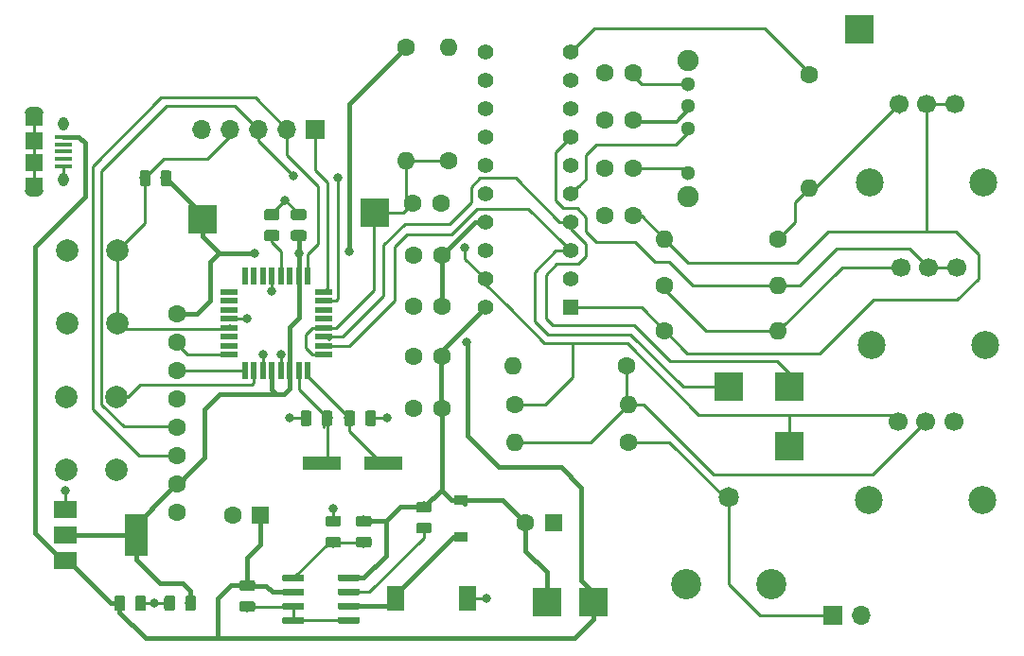
<source format=gbr>
G04 #@! TF.GenerationSoftware,KiCad,Pcbnew,(5.1.2-1)-1*
G04 #@! TF.CreationDate,2019-07-31T15:28:19-07:00*
G04 #@! TF.ProjectId,wavegenerator_v1,77617665-6765-46e6-9572-61746f725f76,rev?*
G04 #@! TF.SameCoordinates,Original*
G04 #@! TF.FileFunction,Copper,L1,Top*
G04 #@! TF.FilePolarity,Positive*
%FSLAX46Y46*%
G04 Gerber Fmt 4.6, Leading zero omitted, Abs format (unit mm)*
G04 Created by KiCad (PCBNEW (5.1.2-1)-1) date 2019-07-31 15:28:19*
%MOMM*%
%LPD*%
G04 APERTURE LIST*
%ADD10C,1.600000*%
%ADD11R,1.600000X1.600000*%
%ADD12R,2.500000X2.500000*%
%ADD13O,1.600000X1.600000*%
%ADD14C,2.500000*%
%ADD15C,1.700000*%
%ADD16O,1.700000X1.700000*%
%ADD17R,1.700000X1.700000*%
%ADD18C,1.900000*%
%ADD19C,1.300000*%
%ADD20C,1.824000*%
%ADD21C,2.700000*%
%ADD22R,3.500000X1.200000*%
%ADD23R,1.500000X2.200000*%
%ADD24R,1.200000X0.900000*%
%ADD25C,0.100000*%
%ADD26C,0.975000*%
%ADD27R,1.397000X1.397000*%
%ADD28C,1.397000*%
%ADD29R,2.000000X1.500000*%
%ADD30R,2.000000X3.800000*%
%ADD31C,0.600000*%
%ADD32R,0.550000X1.600000*%
%ADD33R,1.600000X0.550000*%
%ADD34C,2.000000*%
%ADD35O,0.950000X1.250000*%
%ADD36R,1.650000X1.500000*%
%ADD37O,1.650000X1.000000*%
%ADD38R,1.650000X0.400000*%
%ADD39R,1.650000X1.200000*%
%ADD40C,0.800000*%
%ADD41C,0.250000*%
%ADD42C,0.400000*%
%ADD43C,0.300000*%
G04 APERTURE END LIST*
D10*
X91000000Y-89800000D03*
D11*
X93500000Y-89800000D03*
D10*
X64800000Y-89100000D03*
D11*
X67300000Y-89100000D03*
D12*
X114600000Y-77600000D03*
D13*
X103440000Y-64363600D03*
D10*
X113600000Y-64363600D03*
D13*
X89865200Y-75742800D03*
D10*
X100025200Y-75742800D03*
X83500000Y-79500000D03*
X81000000Y-79500000D03*
X83500000Y-70400000D03*
X81000000Y-70400000D03*
D13*
X100177600Y-79146400D03*
D10*
X90017600Y-79146400D03*
D13*
X84124800Y-47193200D03*
D10*
X84124800Y-57353200D03*
D13*
X80314800Y-57353200D03*
D10*
X80314800Y-47193200D03*
X83424400Y-61163200D03*
X80924400Y-61163200D03*
D13*
X90017600Y-82550000D03*
D10*
X100177600Y-82550000D03*
D12*
X114600000Y-82900000D03*
X77500000Y-62000000D03*
X109200000Y-77600000D03*
D14*
X121808400Y-59283600D03*
X131988400Y-59283600D03*
D15*
X124398400Y-52283600D03*
X126898400Y-52283600D03*
X129398400Y-52283600D03*
D14*
X121706800Y-87731600D03*
X131886800Y-87731600D03*
D15*
X124296800Y-80731600D03*
X126796800Y-80731600D03*
X129296800Y-80731600D03*
D14*
X121960800Y-73863200D03*
X132140800Y-73863200D03*
D15*
X124550800Y-66863200D03*
X127050800Y-66863200D03*
X129550800Y-66863200D03*
D10*
X81000000Y-74900000D03*
X83500000Y-74900000D03*
X81015200Y-65836800D03*
X83515200Y-65836800D03*
D16*
X62040000Y-54500000D03*
X64580000Y-54500000D03*
X67120000Y-54500000D03*
X69660000Y-54500000D03*
D17*
X72200000Y-54500000D03*
D18*
X105520000Y-48360000D03*
D19*
X105520000Y-50460000D03*
X105520000Y-52460000D03*
X105520000Y-54460000D03*
X105520000Y-58460000D03*
D18*
X105520000Y-60560000D03*
D10*
X59780000Y-88790000D03*
X59780000Y-86250000D03*
X59780000Y-83710000D03*
X59780000Y-81170000D03*
X59780000Y-78630000D03*
X59780000Y-76090000D03*
X59780000Y-73550000D03*
X59780000Y-71010000D03*
D20*
X109200000Y-87500000D03*
D21*
X113000000Y-95300000D03*
X105400000Y-95300000D03*
D22*
X72750000Y-84400000D03*
X78250000Y-84400000D03*
D23*
X85800800Y-96570800D03*
X79400800Y-96570800D03*
D24*
X85200000Y-87750000D03*
X85200000Y-91050000D03*
D25*
G36*
X74280142Y-89136174D02*
G01*
X74303803Y-89139684D01*
X74327007Y-89145496D01*
X74349529Y-89153554D01*
X74371153Y-89163782D01*
X74391670Y-89176079D01*
X74410883Y-89190329D01*
X74428607Y-89206393D01*
X74444671Y-89224117D01*
X74458921Y-89243330D01*
X74471218Y-89263847D01*
X74481446Y-89285471D01*
X74489504Y-89307993D01*
X74495316Y-89331197D01*
X74498826Y-89354858D01*
X74500000Y-89378750D01*
X74500000Y-89866250D01*
X74498826Y-89890142D01*
X74495316Y-89913803D01*
X74489504Y-89937007D01*
X74481446Y-89959529D01*
X74471218Y-89981153D01*
X74458921Y-90001670D01*
X74444671Y-90020883D01*
X74428607Y-90038607D01*
X74410883Y-90054671D01*
X74391670Y-90068921D01*
X74371153Y-90081218D01*
X74349529Y-90091446D01*
X74327007Y-90099504D01*
X74303803Y-90105316D01*
X74280142Y-90108826D01*
X74256250Y-90110000D01*
X73343750Y-90110000D01*
X73319858Y-90108826D01*
X73296197Y-90105316D01*
X73272993Y-90099504D01*
X73250471Y-90091446D01*
X73228847Y-90081218D01*
X73208330Y-90068921D01*
X73189117Y-90054671D01*
X73171393Y-90038607D01*
X73155329Y-90020883D01*
X73141079Y-90001670D01*
X73128782Y-89981153D01*
X73118554Y-89959529D01*
X73110496Y-89937007D01*
X73104684Y-89913803D01*
X73101174Y-89890142D01*
X73100000Y-89866250D01*
X73100000Y-89378750D01*
X73101174Y-89354858D01*
X73104684Y-89331197D01*
X73110496Y-89307993D01*
X73118554Y-89285471D01*
X73128782Y-89263847D01*
X73141079Y-89243330D01*
X73155329Y-89224117D01*
X73171393Y-89206393D01*
X73189117Y-89190329D01*
X73208330Y-89176079D01*
X73228847Y-89163782D01*
X73250471Y-89153554D01*
X73272993Y-89145496D01*
X73296197Y-89139684D01*
X73319858Y-89136174D01*
X73343750Y-89135000D01*
X74256250Y-89135000D01*
X74280142Y-89136174D01*
X74280142Y-89136174D01*
G37*
D26*
X73800000Y-89622500D03*
D25*
G36*
X74280142Y-91011174D02*
G01*
X74303803Y-91014684D01*
X74327007Y-91020496D01*
X74349529Y-91028554D01*
X74371153Y-91038782D01*
X74391670Y-91051079D01*
X74410883Y-91065329D01*
X74428607Y-91081393D01*
X74444671Y-91099117D01*
X74458921Y-91118330D01*
X74471218Y-91138847D01*
X74481446Y-91160471D01*
X74489504Y-91182993D01*
X74495316Y-91206197D01*
X74498826Y-91229858D01*
X74500000Y-91253750D01*
X74500000Y-91741250D01*
X74498826Y-91765142D01*
X74495316Y-91788803D01*
X74489504Y-91812007D01*
X74481446Y-91834529D01*
X74471218Y-91856153D01*
X74458921Y-91876670D01*
X74444671Y-91895883D01*
X74428607Y-91913607D01*
X74410883Y-91929671D01*
X74391670Y-91943921D01*
X74371153Y-91956218D01*
X74349529Y-91966446D01*
X74327007Y-91974504D01*
X74303803Y-91980316D01*
X74280142Y-91983826D01*
X74256250Y-91985000D01*
X73343750Y-91985000D01*
X73319858Y-91983826D01*
X73296197Y-91980316D01*
X73272993Y-91974504D01*
X73250471Y-91966446D01*
X73228847Y-91956218D01*
X73208330Y-91943921D01*
X73189117Y-91929671D01*
X73171393Y-91913607D01*
X73155329Y-91895883D01*
X73141079Y-91876670D01*
X73128782Y-91856153D01*
X73118554Y-91834529D01*
X73110496Y-91812007D01*
X73104684Y-91788803D01*
X73101174Y-91765142D01*
X73100000Y-91741250D01*
X73100000Y-91253750D01*
X73101174Y-91229858D01*
X73104684Y-91206197D01*
X73110496Y-91182993D01*
X73118554Y-91160471D01*
X73128782Y-91138847D01*
X73141079Y-91118330D01*
X73155329Y-91099117D01*
X73171393Y-91081393D01*
X73189117Y-91065329D01*
X73208330Y-91051079D01*
X73228847Y-91038782D01*
X73250471Y-91028554D01*
X73272993Y-91020496D01*
X73296197Y-91014684D01*
X73319858Y-91011174D01*
X73343750Y-91010000D01*
X74256250Y-91010000D01*
X74280142Y-91011174D01*
X74280142Y-91011174D01*
G37*
D26*
X73800000Y-91497500D03*
D25*
G36*
X77008542Y-89136174D02*
G01*
X77032203Y-89139684D01*
X77055407Y-89145496D01*
X77077929Y-89153554D01*
X77099553Y-89163782D01*
X77120070Y-89176079D01*
X77139283Y-89190329D01*
X77157007Y-89206393D01*
X77173071Y-89224117D01*
X77187321Y-89243330D01*
X77199618Y-89263847D01*
X77209846Y-89285471D01*
X77217904Y-89307993D01*
X77223716Y-89331197D01*
X77227226Y-89354858D01*
X77228400Y-89378750D01*
X77228400Y-89866250D01*
X77227226Y-89890142D01*
X77223716Y-89913803D01*
X77217904Y-89937007D01*
X77209846Y-89959529D01*
X77199618Y-89981153D01*
X77187321Y-90001670D01*
X77173071Y-90020883D01*
X77157007Y-90038607D01*
X77139283Y-90054671D01*
X77120070Y-90068921D01*
X77099553Y-90081218D01*
X77077929Y-90091446D01*
X77055407Y-90099504D01*
X77032203Y-90105316D01*
X77008542Y-90108826D01*
X76984650Y-90110000D01*
X76072150Y-90110000D01*
X76048258Y-90108826D01*
X76024597Y-90105316D01*
X76001393Y-90099504D01*
X75978871Y-90091446D01*
X75957247Y-90081218D01*
X75936730Y-90068921D01*
X75917517Y-90054671D01*
X75899793Y-90038607D01*
X75883729Y-90020883D01*
X75869479Y-90001670D01*
X75857182Y-89981153D01*
X75846954Y-89959529D01*
X75838896Y-89937007D01*
X75833084Y-89913803D01*
X75829574Y-89890142D01*
X75828400Y-89866250D01*
X75828400Y-89378750D01*
X75829574Y-89354858D01*
X75833084Y-89331197D01*
X75838896Y-89307993D01*
X75846954Y-89285471D01*
X75857182Y-89263847D01*
X75869479Y-89243330D01*
X75883729Y-89224117D01*
X75899793Y-89206393D01*
X75917517Y-89190329D01*
X75936730Y-89176079D01*
X75957247Y-89163782D01*
X75978871Y-89153554D01*
X76001393Y-89145496D01*
X76024597Y-89139684D01*
X76048258Y-89136174D01*
X76072150Y-89135000D01*
X76984650Y-89135000D01*
X77008542Y-89136174D01*
X77008542Y-89136174D01*
G37*
D26*
X76528400Y-89622500D03*
D25*
G36*
X77008542Y-91011174D02*
G01*
X77032203Y-91014684D01*
X77055407Y-91020496D01*
X77077929Y-91028554D01*
X77099553Y-91038782D01*
X77120070Y-91051079D01*
X77139283Y-91065329D01*
X77157007Y-91081393D01*
X77173071Y-91099117D01*
X77187321Y-91118330D01*
X77199618Y-91138847D01*
X77209846Y-91160471D01*
X77217904Y-91182993D01*
X77223716Y-91206197D01*
X77227226Y-91229858D01*
X77228400Y-91253750D01*
X77228400Y-91741250D01*
X77227226Y-91765142D01*
X77223716Y-91788803D01*
X77217904Y-91812007D01*
X77209846Y-91834529D01*
X77199618Y-91856153D01*
X77187321Y-91876670D01*
X77173071Y-91895883D01*
X77157007Y-91913607D01*
X77139283Y-91929671D01*
X77120070Y-91943921D01*
X77099553Y-91956218D01*
X77077929Y-91966446D01*
X77055407Y-91974504D01*
X77032203Y-91980316D01*
X77008542Y-91983826D01*
X76984650Y-91985000D01*
X76072150Y-91985000D01*
X76048258Y-91983826D01*
X76024597Y-91980316D01*
X76001393Y-91974504D01*
X75978871Y-91966446D01*
X75957247Y-91956218D01*
X75936730Y-91943921D01*
X75917517Y-91929671D01*
X75899793Y-91913607D01*
X75883729Y-91895883D01*
X75869479Y-91876670D01*
X75857182Y-91856153D01*
X75846954Y-91834529D01*
X75838896Y-91812007D01*
X75833084Y-91788803D01*
X75829574Y-91765142D01*
X75828400Y-91741250D01*
X75828400Y-91253750D01*
X75829574Y-91229858D01*
X75833084Y-91206197D01*
X75838896Y-91182993D01*
X75846954Y-91160471D01*
X75857182Y-91138847D01*
X75869479Y-91118330D01*
X75883729Y-91099117D01*
X75899793Y-91081393D01*
X75917517Y-91065329D01*
X75936730Y-91051079D01*
X75957247Y-91038782D01*
X75978871Y-91028554D01*
X76001393Y-91020496D01*
X76024597Y-91014684D01*
X76048258Y-91011174D01*
X76072150Y-91010000D01*
X76984650Y-91010000D01*
X77008542Y-91011174D01*
X77008542Y-91011174D01*
G37*
D26*
X76528400Y-91497500D03*
D25*
G36*
X59426542Y-96278374D02*
G01*
X59450203Y-96281884D01*
X59473407Y-96287696D01*
X59495929Y-96295754D01*
X59517553Y-96305982D01*
X59538070Y-96318279D01*
X59557283Y-96332529D01*
X59575007Y-96348593D01*
X59591071Y-96366317D01*
X59605321Y-96385530D01*
X59617618Y-96406047D01*
X59627846Y-96427671D01*
X59635904Y-96450193D01*
X59641716Y-96473397D01*
X59645226Y-96497058D01*
X59646400Y-96520950D01*
X59646400Y-97433450D01*
X59645226Y-97457342D01*
X59641716Y-97481003D01*
X59635904Y-97504207D01*
X59627846Y-97526729D01*
X59617618Y-97548353D01*
X59605321Y-97568870D01*
X59591071Y-97588083D01*
X59575007Y-97605807D01*
X59557283Y-97621871D01*
X59538070Y-97636121D01*
X59517553Y-97648418D01*
X59495929Y-97658646D01*
X59473407Y-97666704D01*
X59450203Y-97672516D01*
X59426542Y-97676026D01*
X59402650Y-97677200D01*
X58915150Y-97677200D01*
X58891258Y-97676026D01*
X58867597Y-97672516D01*
X58844393Y-97666704D01*
X58821871Y-97658646D01*
X58800247Y-97648418D01*
X58779730Y-97636121D01*
X58760517Y-97621871D01*
X58742793Y-97605807D01*
X58726729Y-97588083D01*
X58712479Y-97568870D01*
X58700182Y-97548353D01*
X58689954Y-97526729D01*
X58681896Y-97504207D01*
X58676084Y-97481003D01*
X58672574Y-97457342D01*
X58671400Y-97433450D01*
X58671400Y-96520950D01*
X58672574Y-96497058D01*
X58676084Y-96473397D01*
X58681896Y-96450193D01*
X58689954Y-96427671D01*
X58700182Y-96406047D01*
X58712479Y-96385530D01*
X58726729Y-96366317D01*
X58742793Y-96348593D01*
X58760517Y-96332529D01*
X58779730Y-96318279D01*
X58800247Y-96305982D01*
X58821871Y-96295754D01*
X58844393Y-96287696D01*
X58867597Y-96281884D01*
X58891258Y-96278374D01*
X58915150Y-96277200D01*
X59402650Y-96277200D01*
X59426542Y-96278374D01*
X59426542Y-96278374D01*
G37*
D26*
X59158900Y-96977200D03*
D25*
G36*
X61301542Y-96278374D02*
G01*
X61325203Y-96281884D01*
X61348407Y-96287696D01*
X61370929Y-96295754D01*
X61392553Y-96305982D01*
X61413070Y-96318279D01*
X61432283Y-96332529D01*
X61450007Y-96348593D01*
X61466071Y-96366317D01*
X61480321Y-96385530D01*
X61492618Y-96406047D01*
X61502846Y-96427671D01*
X61510904Y-96450193D01*
X61516716Y-96473397D01*
X61520226Y-96497058D01*
X61521400Y-96520950D01*
X61521400Y-97433450D01*
X61520226Y-97457342D01*
X61516716Y-97481003D01*
X61510904Y-97504207D01*
X61502846Y-97526729D01*
X61492618Y-97548353D01*
X61480321Y-97568870D01*
X61466071Y-97588083D01*
X61450007Y-97605807D01*
X61432283Y-97621871D01*
X61413070Y-97636121D01*
X61392553Y-97648418D01*
X61370929Y-97658646D01*
X61348407Y-97666704D01*
X61325203Y-97672516D01*
X61301542Y-97676026D01*
X61277650Y-97677200D01*
X60790150Y-97677200D01*
X60766258Y-97676026D01*
X60742597Y-97672516D01*
X60719393Y-97666704D01*
X60696871Y-97658646D01*
X60675247Y-97648418D01*
X60654730Y-97636121D01*
X60635517Y-97621871D01*
X60617793Y-97605807D01*
X60601729Y-97588083D01*
X60587479Y-97568870D01*
X60575182Y-97548353D01*
X60564954Y-97526729D01*
X60556896Y-97504207D01*
X60551084Y-97481003D01*
X60547574Y-97457342D01*
X60546400Y-97433450D01*
X60546400Y-96520950D01*
X60547574Y-96497058D01*
X60551084Y-96473397D01*
X60556896Y-96450193D01*
X60564954Y-96427671D01*
X60575182Y-96406047D01*
X60587479Y-96385530D01*
X60601729Y-96366317D01*
X60617793Y-96348593D01*
X60635517Y-96332529D01*
X60654730Y-96318279D01*
X60675247Y-96305982D01*
X60696871Y-96295754D01*
X60719393Y-96287696D01*
X60742597Y-96281884D01*
X60766258Y-96278374D01*
X60790150Y-96277200D01*
X61277650Y-96277200D01*
X61301542Y-96278374D01*
X61301542Y-96278374D01*
G37*
D26*
X61033900Y-96977200D03*
D25*
G36*
X56831142Y-96278374D02*
G01*
X56854803Y-96281884D01*
X56878007Y-96287696D01*
X56900529Y-96295754D01*
X56922153Y-96305982D01*
X56942670Y-96318279D01*
X56961883Y-96332529D01*
X56979607Y-96348593D01*
X56995671Y-96366317D01*
X57009921Y-96385530D01*
X57022218Y-96406047D01*
X57032446Y-96427671D01*
X57040504Y-96450193D01*
X57046316Y-96473397D01*
X57049826Y-96497058D01*
X57051000Y-96520950D01*
X57051000Y-97433450D01*
X57049826Y-97457342D01*
X57046316Y-97481003D01*
X57040504Y-97504207D01*
X57032446Y-97526729D01*
X57022218Y-97548353D01*
X57009921Y-97568870D01*
X56995671Y-97588083D01*
X56979607Y-97605807D01*
X56961883Y-97621871D01*
X56942670Y-97636121D01*
X56922153Y-97648418D01*
X56900529Y-97658646D01*
X56878007Y-97666704D01*
X56854803Y-97672516D01*
X56831142Y-97676026D01*
X56807250Y-97677200D01*
X56319750Y-97677200D01*
X56295858Y-97676026D01*
X56272197Y-97672516D01*
X56248993Y-97666704D01*
X56226471Y-97658646D01*
X56204847Y-97648418D01*
X56184330Y-97636121D01*
X56165117Y-97621871D01*
X56147393Y-97605807D01*
X56131329Y-97588083D01*
X56117079Y-97568870D01*
X56104782Y-97548353D01*
X56094554Y-97526729D01*
X56086496Y-97504207D01*
X56080684Y-97481003D01*
X56077174Y-97457342D01*
X56076000Y-97433450D01*
X56076000Y-96520950D01*
X56077174Y-96497058D01*
X56080684Y-96473397D01*
X56086496Y-96450193D01*
X56094554Y-96427671D01*
X56104782Y-96406047D01*
X56117079Y-96385530D01*
X56131329Y-96366317D01*
X56147393Y-96348593D01*
X56165117Y-96332529D01*
X56184330Y-96318279D01*
X56204847Y-96305982D01*
X56226471Y-96295754D01*
X56248993Y-96287696D01*
X56272197Y-96281884D01*
X56295858Y-96278374D01*
X56319750Y-96277200D01*
X56807250Y-96277200D01*
X56831142Y-96278374D01*
X56831142Y-96278374D01*
G37*
D26*
X56563500Y-96977200D03*
D25*
G36*
X54956142Y-96278374D02*
G01*
X54979803Y-96281884D01*
X55003007Y-96287696D01*
X55025529Y-96295754D01*
X55047153Y-96305982D01*
X55067670Y-96318279D01*
X55086883Y-96332529D01*
X55104607Y-96348593D01*
X55120671Y-96366317D01*
X55134921Y-96385530D01*
X55147218Y-96406047D01*
X55157446Y-96427671D01*
X55165504Y-96450193D01*
X55171316Y-96473397D01*
X55174826Y-96497058D01*
X55176000Y-96520950D01*
X55176000Y-97433450D01*
X55174826Y-97457342D01*
X55171316Y-97481003D01*
X55165504Y-97504207D01*
X55157446Y-97526729D01*
X55147218Y-97548353D01*
X55134921Y-97568870D01*
X55120671Y-97588083D01*
X55104607Y-97605807D01*
X55086883Y-97621871D01*
X55067670Y-97636121D01*
X55047153Y-97648418D01*
X55025529Y-97658646D01*
X55003007Y-97666704D01*
X54979803Y-97672516D01*
X54956142Y-97676026D01*
X54932250Y-97677200D01*
X54444750Y-97677200D01*
X54420858Y-97676026D01*
X54397197Y-97672516D01*
X54373993Y-97666704D01*
X54351471Y-97658646D01*
X54329847Y-97648418D01*
X54309330Y-97636121D01*
X54290117Y-97621871D01*
X54272393Y-97605807D01*
X54256329Y-97588083D01*
X54242079Y-97568870D01*
X54229782Y-97548353D01*
X54219554Y-97526729D01*
X54211496Y-97504207D01*
X54205684Y-97481003D01*
X54202174Y-97457342D01*
X54201000Y-97433450D01*
X54201000Y-96520950D01*
X54202174Y-96497058D01*
X54205684Y-96473397D01*
X54211496Y-96450193D01*
X54219554Y-96427671D01*
X54229782Y-96406047D01*
X54242079Y-96385530D01*
X54256329Y-96366317D01*
X54272393Y-96348593D01*
X54290117Y-96332529D01*
X54309330Y-96318279D01*
X54329847Y-96305982D01*
X54351471Y-96295754D01*
X54373993Y-96287696D01*
X54397197Y-96281884D01*
X54420858Y-96278374D01*
X54444750Y-96277200D01*
X54932250Y-96277200D01*
X54956142Y-96278374D01*
X54956142Y-96278374D01*
G37*
D26*
X54688500Y-96977200D03*
D10*
X98100000Y-62280800D03*
X100600000Y-62280800D03*
X98100000Y-49500000D03*
X100600000Y-49500000D03*
X98100000Y-53700000D03*
X100600000Y-53700000D03*
X98100000Y-58000000D03*
X100600000Y-58000000D03*
D25*
G36*
X68780142Y-61676174D02*
G01*
X68803803Y-61679684D01*
X68827007Y-61685496D01*
X68849529Y-61693554D01*
X68871153Y-61703782D01*
X68891670Y-61716079D01*
X68910883Y-61730329D01*
X68928607Y-61746393D01*
X68944671Y-61764117D01*
X68958921Y-61783330D01*
X68971218Y-61803847D01*
X68981446Y-61825471D01*
X68989504Y-61847993D01*
X68995316Y-61871197D01*
X68998826Y-61894858D01*
X69000000Y-61918750D01*
X69000000Y-62406250D01*
X68998826Y-62430142D01*
X68995316Y-62453803D01*
X68989504Y-62477007D01*
X68981446Y-62499529D01*
X68971218Y-62521153D01*
X68958921Y-62541670D01*
X68944671Y-62560883D01*
X68928607Y-62578607D01*
X68910883Y-62594671D01*
X68891670Y-62608921D01*
X68871153Y-62621218D01*
X68849529Y-62631446D01*
X68827007Y-62639504D01*
X68803803Y-62645316D01*
X68780142Y-62648826D01*
X68756250Y-62650000D01*
X67843750Y-62650000D01*
X67819858Y-62648826D01*
X67796197Y-62645316D01*
X67772993Y-62639504D01*
X67750471Y-62631446D01*
X67728847Y-62621218D01*
X67708330Y-62608921D01*
X67689117Y-62594671D01*
X67671393Y-62578607D01*
X67655329Y-62560883D01*
X67641079Y-62541670D01*
X67628782Y-62521153D01*
X67618554Y-62499529D01*
X67610496Y-62477007D01*
X67604684Y-62453803D01*
X67601174Y-62430142D01*
X67600000Y-62406250D01*
X67600000Y-61918750D01*
X67601174Y-61894858D01*
X67604684Y-61871197D01*
X67610496Y-61847993D01*
X67618554Y-61825471D01*
X67628782Y-61803847D01*
X67641079Y-61783330D01*
X67655329Y-61764117D01*
X67671393Y-61746393D01*
X67689117Y-61730329D01*
X67708330Y-61716079D01*
X67728847Y-61703782D01*
X67750471Y-61693554D01*
X67772993Y-61685496D01*
X67796197Y-61679684D01*
X67819858Y-61676174D01*
X67843750Y-61675000D01*
X68756250Y-61675000D01*
X68780142Y-61676174D01*
X68780142Y-61676174D01*
G37*
D26*
X68300000Y-62162500D03*
D25*
G36*
X68780142Y-63551174D02*
G01*
X68803803Y-63554684D01*
X68827007Y-63560496D01*
X68849529Y-63568554D01*
X68871153Y-63578782D01*
X68891670Y-63591079D01*
X68910883Y-63605329D01*
X68928607Y-63621393D01*
X68944671Y-63639117D01*
X68958921Y-63658330D01*
X68971218Y-63678847D01*
X68981446Y-63700471D01*
X68989504Y-63722993D01*
X68995316Y-63746197D01*
X68998826Y-63769858D01*
X69000000Y-63793750D01*
X69000000Y-64281250D01*
X68998826Y-64305142D01*
X68995316Y-64328803D01*
X68989504Y-64352007D01*
X68981446Y-64374529D01*
X68971218Y-64396153D01*
X68958921Y-64416670D01*
X68944671Y-64435883D01*
X68928607Y-64453607D01*
X68910883Y-64469671D01*
X68891670Y-64483921D01*
X68871153Y-64496218D01*
X68849529Y-64506446D01*
X68827007Y-64514504D01*
X68803803Y-64520316D01*
X68780142Y-64523826D01*
X68756250Y-64525000D01*
X67843750Y-64525000D01*
X67819858Y-64523826D01*
X67796197Y-64520316D01*
X67772993Y-64514504D01*
X67750471Y-64506446D01*
X67728847Y-64496218D01*
X67708330Y-64483921D01*
X67689117Y-64469671D01*
X67671393Y-64453607D01*
X67655329Y-64435883D01*
X67641079Y-64416670D01*
X67628782Y-64396153D01*
X67618554Y-64374529D01*
X67610496Y-64352007D01*
X67604684Y-64328803D01*
X67601174Y-64305142D01*
X67600000Y-64281250D01*
X67600000Y-63793750D01*
X67601174Y-63769858D01*
X67604684Y-63746197D01*
X67610496Y-63722993D01*
X67618554Y-63700471D01*
X67628782Y-63678847D01*
X67641079Y-63658330D01*
X67655329Y-63639117D01*
X67671393Y-63621393D01*
X67689117Y-63605329D01*
X67708330Y-63591079D01*
X67728847Y-63578782D01*
X67750471Y-63568554D01*
X67772993Y-63560496D01*
X67796197Y-63554684D01*
X67819858Y-63551174D01*
X67843750Y-63550000D01*
X68756250Y-63550000D01*
X68780142Y-63551174D01*
X68780142Y-63551174D01*
G37*
D26*
X68300000Y-64037500D03*
D27*
X95020000Y-70460000D03*
D28*
X95020000Y-67920000D03*
X95020000Y-65380000D03*
X95020000Y-62840000D03*
X95020000Y-60300000D03*
X95020000Y-57760000D03*
X95020000Y-55220000D03*
X95020000Y-52680000D03*
X95020000Y-50140000D03*
X95020000Y-47600000D03*
X87400000Y-47600000D03*
X87400000Y-50140000D03*
X87400000Y-52680000D03*
X87400000Y-55220000D03*
X87400000Y-57760000D03*
X87400000Y-60300000D03*
X87400000Y-62840000D03*
X87400000Y-65380000D03*
X87400000Y-67920000D03*
X87400000Y-70460000D03*
D25*
G36*
X66585342Y-94896974D02*
G01*
X66609003Y-94900484D01*
X66632207Y-94906296D01*
X66654729Y-94914354D01*
X66676353Y-94924582D01*
X66696870Y-94936879D01*
X66716083Y-94951129D01*
X66733807Y-94967193D01*
X66749871Y-94984917D01*
X66764121Y-95004130D01*
X66776418Y-95024647D01*
X66786646Y-95046271D01*
X66794704Y-95068793D01*
X66800516Y-95091997D01*
X66804026Y-95115658D01*
X66805200Y-95139550D01*
X66805200Y-95627050D01*
X66804026Y-95650942D01*
X66800516Y-95674603D01*
X66794704Y-95697807D01*
X66786646Y-95720329D01*
X66776418Y-95741953D01*
X66764121Y-95762470D01*
X66749871Y-95781683D01*
X66733807Y-95799407D01*
X66716083Y-95815471D01*
X66696870Y-95829721D01*
X66676353Y-95842018D01*
X66654729Y-95852246D01*
X66632207Y-95860304D01*
X66609003Y-95866116D01*
X66585342Y-95869626D01*
X66561450Y-95870800D01*
X65648950Y-95870800D01*
X65625058Y-95869626D01*
X65601397Y-95866116D01*
X65578193Y-95860304D01*
X65555671Y-95852246D01*
X65534047Y-95842018D01*
X65513530Y-95829721D01*
X65494317Y-95815471D01*
X65476593Y-95799407D01*
X65460529Y-95781683D01*
X65446279Y-95762470D01*
X65433982Y-95741953D01*
X65423754Y-95720329D01*
X65415696Y-95697807D01*
X65409884Y-95674603D01*
X65406374Y-95650942D01*
X65405200Y-95627050D01*
X65405200Y-95139550D01*
X65406374Y-95115658D01*
X65409884Y-95091997D01*
X65415696Y-95068793D01*
X65423754Y-95046271D01*
X65433982Y-95024647D01*
X65446279Y-95004130D01*
X65460529Y-94984917D01*
X65476593Y-94967193D01*
X65494317Y-94951129D01*
X65513530Y-94936879D01*
X65534047Y-94924582D01*
X65555671Y-94914354D01*
X65578193Y-94906296D01*
X65601397Y-94900484D01*
X65625058Y-94896974D01*
X65648950Y-94895800D01*
X66561450Y-94895800D01*
X66585342Y-94896974D01*
X66585342Y-94896974D01*
G37*
D26*
X66105200Y-95383300D03*
D25*
G36*
X66585342Y-96771974D02*
G01*
X66609003Y-96775484D01*
X66632207Y-96781296D01*
X66654729Y-96789354D01*
X66676353Y-96799582D01*
X66696870Y-96811879D01*
X66716083Y-96826129D01*
X66733807Y-96842193D01*
X66749871Y-96859917D01*
X66764121Y-96879130D01*
X66776418Y-96899647D01*
X66786646Y-96921271D01*
X66794704Y-96943793D01*
X66800516Y-96966997D01*
X66804026Y-96990658D01*
X66805200Y-97014550D01*
X66805200Y-97502050D01*
X66804026Y-97525942D01*
X66800516Y-97549603D01*
X66794704Y-97572807D01*
X66786646Y-97595329D01*
X66776418Y-97616953D01*
X66764121Y-97637470D01*
X66749871Y-97656683D01*
X66733807Y-97674407D01*
X66716083Y-97690471D01*
X66696870Y-97704721D01*
X66676353Y-97717018D01*
X66654729Y-97727246D01*
X66632207Y-97735304D01*
X66609003Y-97741116D01*
X66585342Y-97744626D01*
X66561450Y-97745800D01*
X65648950Y-97745800D01*
X65625058Y-97744626D01*
X65601397Y-97741116D01*
X65578193Y-97735304D01*
X65555671Y-97727246D01*
X65534047Y-97717018D01*
X65513530Y-97704721D01*
X65494317Y-97690471D01*
X65476593Y-97674407D01*
X65460529Y-97656683D01*
X65446279Y-97637470D01*
X65433982Y-97616953D01*
X65423754Y-97595329D01*
X65415696Y-97572807D01*
X65409884Y-97549603D01*
X65406374Y-97525942D01*
X65405200Y-97502050D01*
X65405200Y-97014550D01*
X65406374Y-96990658D01*
X65409884Y-96966997D01*
X65415696Y-96943793D01*
X65423754Y-96921271D01*
X65433982Y-96899647D01*
X65446279Y-96879130D01*
X65460529Y-96859917D01*
X65476593Y-96842193D01*
X65494317Y-96826129D01*
X65513530Y-96811879D01*
X65534047Y-96799582D01*
X65555671Y-96789354D01*
X65578193Y-96781296D01*
X65601397Y-96775484D01*
X65625058Y-96771974D01*
X65648950Y-96770800D01*
X66561450Y-96770800D01*
X66585342Y-96771974D01*
X66585342Y-96771974D01*
G37*
D26*
X66105200Y-97258300D03*
D25*
G36*
X57230142Y-58201174D02*
G01*
X57253803Y-58204684D01*
X57277007Y-58210496D01*
X57299529Y-58218554D01*
X57321153Y-58228782D01*
X57341670Y-58241079D01*
X57360883Y-58255329D01*
X57378607Y-58271393D01*
X57394671Y-58289117D01*
X57408921Y-58308330D01*
X57421218Y-58328847D01*
X57431446Y-58350471D01*
X57439504Y-58372993D01*
X57445316Y-58396197D01*
X57448826Y-58419858D01*
X57450000Y-58443750D01*
X57450000Y-59356250D01*
X57448826Y-59380142D01*
X57445316Y-59403803D01*
X57439504Y-59427007D01*
X57431446Y-59449529D01*
X57421218Y-59471153D01*
X57408921Y-59491670D01*
X57394671Y-59510883D01*
X57378607Y-59528607D01*
X57360883Y-59544671D01*
X57341670Y-59558921D01*
X57321153Y-59571218D01*
X57299529Y-59581446D01*
X57277007Y-59589504D01*
X57253803Y-59595316D01*
X57230142Y-59598826D01*
X57206250Y-59600000D01*
X56718750Y-59600000D01*
X56694858Y-59598826D01*
X56671197Y-59595316D01*
X56647993Y-59589504D01*
X56625471Y-59581446D01*
X56603847Y-59571218D01*
X56583330Y-59558921D01*
X56564117Y-59544671D01*
X56546393Y-59528607D01*
X56530329Y-59510883D01*
X56516079Y-59491670D01*
X56503782Y-59471153D01*
X56493554Y-59449529D01*
X56485496Y-59427007D01*
X56479684Y-59403803D01*
X56476174Y-59380142D01*
X56475000Y-59356250D01*
X56475000Y-58443750D01*
X56476174Y-58419858D01*
X56479684Y-58396197D01*
X56485496Y-58372993D01*
X56493554Y-58350471D01*
X56503782Y-58328847D01*
X56516079Y-58308330D01*
X56530329Y-58289117D01*
X56546393Y-58271393D01*
X56564117Y-58255329D01*
X56583330Y-58241079D01*
X56603847Y-58228782D01*
X56625471Y-58218554D01*
X56647993Y-58210496D01*
X56671197Y-58204684D01*
X56694858Y-58201174D01*
X56718750Y-58200000D01*
X57206250Y-58200000D01*
X57230142Y-58201174D01*
X57230142Y-58201174D01*
G37*
D26*
X56962500Y-58900000D03*
D25*
G36*
X59105142Y-58201174D02*
G01*
X59128803Y-58204684D01*
X59152007Y-58210496D01*
X59174529Y-58218554D01*
X59196153Y-58228782D01*
X59216670Y-58241079D01*
X59235883Y-58255329D01*
X59253607Y-58271393D01*
X59269671Y-58289117D01*
X59283921Y-58308330D01*
X59296218Y-58328847D01*
X59306446Y-58350471D01*
X59314504Y-58372993D01*
X59320316Y-58396197D01*
X59323826Y-58419858D01*
X59325000Y-58443750D01*
X59325000Y-59356250D01*
X59323826Y-59380142D01*
X59320316Y-59403803D01*
X59314504Y-59427007D01*
X59306446Y-59449529D01*
X59296218Y-59471153D01*
X59283921Y-59491670D01*
X59269671Y-59510883D01*
X59253607Y-59528607D01*
X59235883Y-59544671D01*
X59216670Y-59558921D01*
X59196153Y-59571218D01*
X59174529Y-59581446D01*
X59152007Y-59589504D01*
X59128803Y-59595316D01*
X59105142Y-59598826D01*
X59081250Y-59600000D01*
X58593750Y-59600000D01*
X58569858Y-59598826D01*
X58546197Y-59595316D01*
X58522993Y-59589504D01*
X58500471Y-59581446D01*
X58478847Y-59571218D01*
X58458330Y-59558921D01*
X58439117Y-59544671D01*
X58421393Y-59528607D01*
X58405329Y-59510883D01*
X58391079Y-59491670D01*
X58378782Y-59471153D01*
X58368554Y-59449529D01*
X58360496Y-59427007D01*
X58354684Y-59403803D01*
X58351174Y-59380142D01*
X58350000Y-59356250D01*
X58350000Y-58443750D01*
X58351174Y-58419858D01*
X58354684Y-58396197D01*
X58360496Y-58372993D01*
X58368554Y-58350471D01*
X58378782Y-58328847D01*
X58391079Y-58308330D01*
X58405329Y-58289117D01*
X58421393Y-58271393D01*
X58439117Y-58255329D01*
X58458330Y-58241079D01*
X58478847Y-58228782D01*
X58500471Y-58218554D01*
X58522993Y-58210496D01*
X58546197Y-58204684D01*
X58569858Y-58201174D01*
X58593750Y-58200000D01*
X59081250Y-58200000D01*
X59105142Y-58201174D01*
X59105142Y-58201174D01*
G37*
D26*
X58837500Y-58900000D03*
D25*
G36*
X82380142Y-87876174D02*
G01*
X82403803Y-87879684D01*
X82427007Y-87885496D01*
X82449529Y-87893554D01*
X82471153Y-87903782D01*
X82491670Y-87916079D01*
X82510883Y-87930329D01*
X82528607Y-87946393D01*
X82544671Y-87964117D01*
X82558921Y-87983330D01*
X82571218Y-88003847D01*
X82581446Y-88025471D01*
X82589504Y-88047993D01*
X82595316Y-88071197D01*
X82598826Y-88094858D01*
X82600000Y-88118750D01*
X82600000Y-88606250D01*
X82598826Y-88630142D01*
X82595316Y-88653803D01*
X82589504Y-88677007D01*
X82581446Y-88699529D01*
X82571218Y-88721153D01*
X82558921Y-88741670D01*
X82544671Y-88760883D01*
X82528607Y-88778607D01*
X82510883Y-88794671D01*
X82491670Y-88808921D01*
X82471153Y-88821218D01*
X82449529Y-88831446D01*
X82427007Y-88839504D01*
X82403803Y-88845316D01*
X82380142Y-88848826D01*
X82356250Y-88850000D01*
X81443750Y-88850000D01*
X81419858Y-88848826D01*
X81396197Y-88845316D01*
X81372993Y-88839504D01*
X81350471Y-88831446D01*
X81328847Y-88821218D01*
X81308330Y-88808921D01*
X81289117Y-88794671D01*
X81271393Y-88778607D01*
X81255329Y-88760883D01*
X81241079Y-88741670D01*
X81228782Y-88721153D01*
X81218554Y-88699529D01*
X81210496Y-88677007D01*
X81204684Y-88653803D01*
X81201174Y-88630142D01*
X81200000Y-88606250D01*
X81200000Y-88118750D01*
X81201174Y-88094858D01*
X81204684Y-88071197D01*
X81210496Y-88047993D01*
X81218554Y-88025471D01*
X81228782Y-88003847D01*
X81241079Y-87983330D01*
X81255329Y-87964117D01*
X81271393Y-87946393D01*
X81289117Y-87930329D01*
X81308330Y-87916079D01*
X81328847Y-87903782D01*
X81350471Y-87893554D01*
X81372993Y-87885496D01*
X81396197Y-87879684D01*
X81419858Y-87876174D01*
X81443750Y-87875000D01*
X82356250Y-87875000D01*
X82380142Y-87876174D01*
X82380142Y-87876174D01*
G37*
D26*
X81900000Y-88362500D03*
D25*
G36*
X82380142Y-89751174D02*
G01*
X82403803Y-89754684D01*
X82427007Y-89760496D01*
X82449529Y-89768554D01*
X82471153Y-89778782D01*
X82491670Y-89791079D01*
X82510883Y-89805329D01*
X82528607Y-89821393D01*
X82544671Y-89839117D01*
X82558921Y-89858330D01*
X82571218Y-89878847D01*
X82581446Y-89900471D01*
X82589504Y-89922993D01*
X82595316Y-89946197D01*
X82598826Y-89969858D01*
X82600000Y-89993750D01*
X82600000Y-90481250D01*
X82598826Y-90505142D01*
X82595316Y-90528803D01*
X82589504Y-90552007D01*
X82581446Y-90574529D01*
X82571218Y-90596153D01*
X82558921Y-90616670D01*
X82544671Y-90635883D01*
X82528607Y-90653607D01*
X82510883Y-90669671D01*
X82491670Y-90683921D01*
X82471153Y-90696218D01*
X82449529Y-90706446D01*
X82427007Y-90714504D01*
X82403803Y-90720316D01*
X82380142Y-90723826D01*
X82356250Y-90725000D01*
X81443750Y-90725000D01*
X81419858Y-90723826D01*
X81396197Y-90720316D01*
X81372993Y-90714504D01*
X81350471Y-90706446D01*
X81328847Y-90696218D01*
X81308330Y-90683921D01*
X81289117Y-90669671D01*
X81271393Y-90653607D01*
X81255329Y-90635883D01*
X81241079Y-90616670D01*
X81228782Y-90596153D01*
X81218554Y-90574529D01*
X81210496Y-90552007D01*
X81204684Y-90528803D01*
X81201174Y-90505142D01*
X81200000Y-90481250D01*
X81200000Y-89993750D01*
X81201174Y-89969858D01*
X81204684Y-89946197D01*
X81210496Y-89922993D01*
X81218554Y-89900471D01*
X81228782Y-89878847D01*
X81241079Y-89858330D01*
X81255329Y-89839117D01*
X81271393Y-89821393D01*
X81289117Y-89805329D01*
X81308330Y-89791079D01*
X81328847Y-89778782D01*
X81350471Y-89768554D01*
X81372993Y-89760496D01*
X81396197Y-89754684D01*
X81419858Y-89751174D01*
X81443750Y-89750000D01*
X82356250Y-89750000D01*
X82380142Y-89751174D01*
X82380142Y-89751174D01*
G37*
D26*
X81900000Y-90237500D03*
D25*
G36*
X77405142Y-79701174D02*
G01*
X77428803Y-79704684D01*
X77452007Y-79710496D01*
X77474529Y-79718554D01*
X77496153Y-79728782D01*
X77516670Y-79741079D01*
X77535883Y-79755329D01*
X77553607Y-79771393D01*
X77569671Y-79789117D01*
X77583921Y-79808330D01*
X77596218Y-79828847D01*
X77606446Y-79850471D01*
X77614504Y-79872993D01*
X77620316Y-79896197D01*
X77623826Y-79919858D01*
X77625000Y-79943750D01*
X77625000Y-80856250D01*
X77623826Y-80880142D01*
X77620316Y-80903803D01*
X77614504Y-80927007D01*
X77606446Y-80949529D01*
X77596218Y-80971153D01*
X77583921Y-80991670D01*
X77569671Y-81010883D01*
X77553607Y-81028607D01*
X77535883Y-81044671D01*
X77516670Y-81058921D01*
X77496153Y-81071218D01*
X77474529Y-81081446D01*
X77452007Y-81089504D01*
X77428803Y-81095316D01*
X77405142Y-81098826D01*
X77381250Y-81100000D01*
X76893750Y-81100000D01*
X76869858Y-81098826D01*
X76846197Y-81095316D01*
X76822993Y-81089504D01*
X76800471Y-81081446D01*
X76778847Y-81071218D01*
X76758330Y-81058921D01*
X76739117Y-81044671D01*
X76721393Y-81028607D01*
X76705329Y-81010883D01*
X76691079Y-80991670D01*
X76678782Y-80971153D01*
X76668554Y-80949529D01*
X76660496Y-80927007D01*
X76654684Y-80903803D01*
X76651174Y-80880142D01*
X76650000Y-80856250D01*
X76650000Y-79943750D01*
X76651174Y-79919858D01*
X76654684Y-79896197D01*
X76660496Y-79872993D01*
X76668554Y-79850471D01*
X76678782Y-79828847D01*
X76691079Y-79808330D01*
X76705329Y-79789117D01*
X76721393Y-79771393D01*
X76739117Y-79755329D01*
X76758330Y-79741079D01*
X76778847Y-79728782D01*
X76800471Y-79718554D01*
X76822993Y-79710496D01*
X76846197Y-79704684D01*
X76869858Y-79701174D01*
X76893750Y-79700000D01*
X77381250Y-79700000D01*
X77405142Y-79701174D01*
X77405142Y-79701174D01*
G37*
D26*
X77137500Y-80400000D03*
D25*
G36*
X75530142Y-79701174D02*
G01*
X75553803Y-79704684D01*
X75577007Y-79710496D01*
X75599529Y-79718554D01*
X75621153Y-79728782D01*
X75641670Y-79741079D01*
X75660883Y-79755329D01*
X75678607Y-79771393D01*
X75694671Y-79789117D01*
X75708921Y-79808330D01*
X75721218Y-79828847D01*
X75731446Y-79850471D01*
X75739504Y-79872993D01*
X75745316Y-79896197D01*
X75748826Y-79919858D01*
X75750000Y-79943750D01*
X75750000Y-80856250D01*
X75748826Y-80880142D01*
X75745316Y-80903803D01*
X75739504Y-80927007D01*
X75731446Y-80949529D01*
X75721218Y-80971153D01*
X75708921Y-80991670D01*
X75694671Y-81010883D01*
X75678607Y-81028607D01*
X75660883Y-81044671D01*
X75641670Y-81058921D01*
X75621153Y-81071218D01*
X75599529Y-81081446D01*
X75577007Y-81089504D01*
X75553803Y-81095316D01*
X75530142Y-81098826D01*
X75506250Y-81100000D01*
X75018750Y-81100000D01*
X74994858Y-81098826D01*
X74971197Y-81095316D01*
X74947993Y-81089504D01*
X74925471Y-81081446D01*
X74903847Y-81071218D01*
X74883330Y-81058921D01*
X74864117Y-81044671D01*
X74846393Y-81028607D01*
X74830329Y-81010883D01*
X74816079Y-80991670D01*
X74803782Y-80971153D01*
X74793554Y-80949529D01*
X74785496Y-80927007D01*
X74779684Y-80903803D01*
X74776174Y-80880142D01*
X74775000Y-80856250D01*
X74775000Y-79943750D01*
X74776174Y-79919858D01*
X74779684Y-79896197D01*
X74785496Y-79872993D01*
X74793554Y-79850471D01*
X74803782Y-79828847D01*
X74816079Y-79808330D01*
X74830329Y-79789117D01*
X74846393Y-79771393D01*
X74864117Y-79755329D01*
X74883330Y-79741079D01*
X74903847Y-79728782D01*
X74925471Y-79718554D01*
X74947993Y-79710496D01*
X74971197Y-79704684D01*
X74994858Y-79701174D01*
X75018750Y-79700000D01*
X75506250Y-79700000D01*
X75530142Y-79701174D01*
X75530142Y-79701174D01*
G37*
D26*
X75262500Y-80400000D03*
D25*
G36*
X73505142Y-79701174D02*
G01*
X73528803Y-79704684D01*
X73552007Y-79710496D01*
X73574529Y-79718554D01*
X73596153Y-79728782D01*
X73616670Y-79741079D01*
X73635883Y-79755329D01*
X73653607Y-79771393D01*
X73669671Y-79789117D01*
X73683921Y-79808330D01*
X73696218Y-79828847D01*
X73706446Y-79850471D01*
X73714504Y-79872993D01*
X73720316Y-79896197D01*
X73723826Y-79919858D01*
X73725000Y-79943750D01*
X73725000Y-80856250D01*
X73723826Y-80880142D01*
X73720316Y-80903803D01*
X73714504Y-80927007D01*
X73706446Y-80949529D01*
X73696218Y-80971153D01*
X73683921Y-80991670D01*
X73669671Y-81010883D01*
X73653607Y-81028607D01*
X73635883Y-81044671D01*
X73616670Y-81058921D01*
X73596153Y-81071218D01*
X73574529Y-81081446D01*
X73552007Y-81089504D01*
X73528803Y-81095316D01*
X73505142Y-81098826D01*
X73481250Y-81100000D01*
X72993750Y-81100000D01*
X72969858Y-81098826D01*
X72946197Y-81095316D01*
X72922993Y-81089504D01*
X72900471Y-81081446D01*
X72878847Y-81071218D01*
X72858330Y-81058921D01*
X72839117Y-81044671D01*
X72821393Y-81028607D01*
X72805329Y-81010883D01*
X72791079Y-80991670D01*
X72778782Y-80971153D01*
X72768554Y-80949529D01*
X72760496Y-80927007D01*
X72754684Y-80903803D01*
X72751174Y-80880142D01*
X72750000Y-80856250D01*
X72750000Y-79943750D01*
X72751174Y-79919858D01*
X72754684Y-79896197D01*
X72760496Y-79872993D01*
X72768554Y-79850471D01*
X72778782Y-79828847D01*
X72791079Y-79808330D01*
X72805329Y-79789117D01*
X72821393Y-79771393D01*
X72839117Y-79755329D01*
X72858330Y-79741079D01*
X72878847Y-79728782D01*
X72900471Y-79718554D01*
X72922993Y-79710496D01*
X72946197Y-79704684D01*
X72969858Y-79701174D01*
X72993750Y-79700000D01*
X73481250Y-79700000D01*
X73505142Y-79701174D01*
X73505142Y-79701174D01*
G37*
D26*
X73237500Y-80400000D03*
D25*
G36*
X71630142Y-79701174D02*
G01*
X71653803Y-79704684D01*
X71677007Y-79710496D01*
X71699529Y-79718554D01*
X71721153Y-79728782D01*
X71741670Y-79741079D01*
X71760883Y-79755329D01*
X71778607Y-79771393D01*
X71794671Y-79789117D01*
X71808921Y-79808330D01*
X71821218Y-79828847D01*
X71831446Y-79850471D01*
X71839504Y-79872993D01*
X71845316Y-79896197D01*
X71848826Y-79919858D01*
X71850000Y-79943750D01*
X71850000Y-80856250D01*
X71848826Y-80880142D01*
X71845316Y-80903803D01*
X71839504Y-80927007D01*
X71831446Y-80949529D01*
X71821218Y-80971153D01*
X71808921Y-80991670D01*
X71794671Y-81010883D01*
X71778607Y-81028607D01*
X71760883Y-81044671D01*
X71741670Y-81058921D01*
X71721153Y-81071218D01*
X71699529Y-81081446D01*
X71677007Y-81089504D01*
X71653803Y-81095316D01*
X71630142Y-81098826D01*
X71606250Y-81100000D01*
X71118750Y-81100000D01*
X71094858Y-81098826D01*
X71071197Y-81095316D01*
X71047993Y-81089504D01*
X71025471Y-81081446D01*
X71003847Y-81071218D01*
X70983330Y-81058921D01*
X70964117Y-81044671D01*
X70946393Y-81028607D01*
X70930329Y-81010883D01*
X70916079Y-80991670D01*
X70903782Y-80971153D01*
X70893554Y-80949529D01*
X70885496Y-80927007D01*
X70879684Y-80903803D01*
X70876174Y-80880142D01*
X70875000Y-80856250D01*
X70875000Y-79943750D01*
X70876174Y-79919858D01*
X70879684Y-79896197D01*
X70885496Y-79872993D01*
X70893554Y-79850471D01*
X70903782Y-79828847D01*
X70916079Y-79808330D01*
X70930329Y-79789117D01*
X70946393Y-79771393D01*
X70964117Y-79755329D01*
X70983330Y-79741079D01*
X71003847Y-79728782D01*
X71025471Y-79718554D01*
X71047993Y-79710496D01*
X71071197Y-79704684D01*
X71094858Y-79701174D01*
X71118750Y-79700000D01*
X71606250Y-79700000D01*
X71630142Y-79701174D01*
X71630142Y-79701174D01*
G37*
D26*
X71362500Y-80400000D03*
D25*
G36*
X71180142Y-63551174D02*
G01*
X71203803Y-63554684D01*
X71227007Y-63560496D01*
X71249529Y-63568554D01*
X71271153Y-63578782D01*
X71291670Y-63591079D01*
X71310883Y-63605329D01*
X71328607Y-63621393D01*
X71344671Y-63639117D01*
X71358921Y-63658330D01*
X71371218Y-63678847D01*
X71381446Y-63700471D01*
X71389504Y-63722993D01*
X71395316Y-63746197D01*
X71398826Y-63769858D01*
X71400000Y-63793750D01*
X71400000Y-64281250D01*
X71398826Y-64305142D01*
X71395316Y-64328803D01*
X71389504Y-64352007D01*
X71381446Y-64374529D01*
X71371218Y-64396153D01*
X71358921Y-64416670D01*
X71344671Y-64435883D01*
X71328607Y-64453607D01*
X71310883Y-64469671D01*
X71291670Y-64483921D01*
X71271153Y-64496218D01*
X71249529Y-64506446D01*
X71227007Y-64514504D01*
X71203803Y-64520316D01*
X71180142Y-64523826D01*
X71156250Y-64525000D01*
X70243750Y-64525000D01*
X70219858Y-64523826D01*
X70196197Y-64520316D01*
X70172993Y-64514504D01*
X70150471Y-64506446D01*
X70128847Y-64496218D01*
X70108330Y-64483921D01*
X70089117Y-64469671D01*
X70071393Y-64453607D01*
X70055329Y-64435883D01*
X70041079Y-64416670D01*
X70028782Y-64396153D01*
X70018554Y-64374529D01*
X70010496Y-64352007D01*
X70004684Y-64328803D01*
X70001174Y-64305142D01*
X70000000Y-64281250D01*
X70000000Y-63793750D01*
X70001174Y-63769858D01*
X70004684Y-63746197D01*
X70010496Y-63722993D01*
X70018554Y-63700471D01*
X70028782Y-63678847D01*
X70041079Y-63658330D01*
X70055329Y-63639117D01*
X70071393Y-63621393D01*
X70089117Y-63605329D01*
X70108330Y-63591079D01*
X70128847Y-63578782D01*
X70150471Y-63568554D01*
X70172993Y-63560496D01*
X70196197Y-63554684D01*
X70219858Y-63551174D01*
X70243750Y-63550000D01*
X71156250Y-63550000D01*
X71180142Y-63551174D01*
X71180142Y-63551174D01*
G37*
D26*
X70700000Y-64037500D03*
D25*
G36*
X71180142Y-61676174D02*
G01*
X71203803Y-61679684D01*
X71227007Y-61685496D01*
X71249529Y-61693554D01*
X71271153Y-61703782D01*
X71291670Y-61716079D01*
X71310883Y-61730329D01*
X71328607Y-61746393D01*
X71344671Y-61764117D01*
X71358921Y-61783330D01*
X71371218Y-61803847D01*
X71381446Y-61825471D01*
X71389504Y-61847993D01*
X71395316Y-61871197D01*
X71398826Y-61894858D01*
X71400000Y-61918750D01*
X71400000Y-62406250D01*
X71398826Y-62430142D01*
X71395316Y-62453803D01*
X71389504Y-62477007D01*
X71381446Y-62499529D01*
X71371218Y-62521153D01*
X71358921Y-62541670D01*
X71344671Y-62560883D01*
X71328607Y-62578607D01*
X71310883Y-62594671D01*
X71291670Y-62608921D01*
X71271153Y-62621218D01*
X71249529Y-62631446D01*
X71227007Y-62639504D01*
X71203803Y-62645316D01*
X71180142Y-62648826D01*
X71156250Y-62650000D01*
X70243750Y-62650000D01*
X70219858Y-62648826D01*
X70196197Y-62645316D01*
X70172993Y-62639504D01*
X70150471Y-62631446D01*
X70128847Y-62621218D01*
X70108330Y-62608921D01*
X70089117Y-62594671D01*
X70071393Y-62578607D01*
X70055329Y-62560883D01*
X70041079Y-62541670D01*
X70028782Y-62521153D01*
X70018554Y-62499529D01*
X70010496Y-62477007D01*
X70004684Y-62453803D01*
X70001174Y-62430142D01*
X70000000Y-62406250D01*
X70000000Y-61918750D01*
X70001174Y-61894858D01*
X70004684Y-61871197D01*
X70010496Y-61847993D01*
X70018554Y-61825471D01*
X70028782Y-61803847D01*
X70041079Y-61783330D01*
X70055329Y-61764117D01*
X70071393Y-61746393D01*
X70089117Y-61730329D01*
X70108330Y-61716079D01*
X70128847Y-61703782D01*
X70150471Y-61693554D01*
X70172993Y-61685496D01*
X70196197Y-61679684D01*
X70219858Y-61676174D01*
X70243750Y-61675000D01*
X71156250Y-61675000D01*
X71180142Y-61676174D01*
X71180142Y-61676174D01*
G37*
D26*
X70700000Y-62162500D03*
D29*
X49834400Y-88581200D03*
X49834400Y-93181200D03*
X49834400Y-90881200D03*
D30*
X56134400Y-90881200D03*
D13*
X113560000Y-72600000D03*
D10*
X103400000Y-72600000D03*
D25*
G36*
X76014703Y-98205722D02*
G01*
X76029264Y-98207882D01*
X76043543Y-98211459D01*
X76057403Y-98216418D01*
X76070710Y-98222712D01*
X76083336Y-98230280D01*
X76095159Y-98239048D01*
X76106066Y-98248934D01*
X76115952Y-98259841D01*
X76124720Y-98271664D01*
X76132288Y-98284290D01*
X76138582Y-98297597D01*
X76143541Y-98311457D01*
X76147118Y-98325736D01*
X76149278Y-98340297D01*
X76150000Y-98355000D01*
X76150000Y-98655000D01*
X76149278Y-98669703D01*
X76147118Y-98684264D01*
X76143541Y-98698543D01*
X76138582Y-98712403D01*
X76132288Y-98725710D01*
X76124720Y-98738336D01*
X76115952Y-98750159D01*
X76106066Y-98761066D01*
X76095159Y-98770952D01*
X76083336Y-98779720D01*
X76070710Y-98787288D01*
X76057403Y-98793582D01*
X76043543Y-98798541D01*
X76029264Y-98802118D01*
X76014703Y-98804278D01*
X76000000Y-98805000D01*
X74350000Y-98805000D01*
X74335297Y-98804278D01*
X74320736Y-98802118D01*
X74306457Y-98798541D01*
X74292597Y-98793582D01*
X74279290Y-98787288D01*
X74266664Y-98779720D01*
X74254841Y-98770952D01*
X74243934Y-98761066D01*
X74234048Y-98750159D01*
X74225280Y-98738336D01*
X74217712Y-98725710D01*
X74211418Y-98712403D01*
X74206459Y-98698543D01*
X74202882Y-98684264D01*
X74200722Y-98669703D01*
X74200000Y-98655000D01*
X74200000Y-98355000D01*
X74200722Y-98340297D01*
X74202882Y-98325736D01*
X74206459Y-98311457D01*
X74211418Y-98297597D01*
X74217712Y-98284290D01*
X74225280Y-98271664D01*
X74234048Y-98259841D01*
X74243934Y-98248934D01*
X74254841Y-98239048D01*
X74266664Y-98230280D01*
X74279290Y-98222712D01*
X74292597Y-98216418D01*
X74306457Y-98211459D01*
X74320736Y-98207882D01*
X74335297Y-98205722D01*
X74350000Y-98205000D01*
X76000000Y-98205000D01*
X76014703Y-98205722D01*
X76014703Y-98205722D01*
G37*
D31*
X75175000Y-98505000D03*
D25*
G36*
X76014703Y-96935722D02*
G01*
X76029264Y-96937882D01*
X76043543Y-96941459D01*
X76057403Y-96946418D01*
X76070710Y-96952712D01*
X76083336Y-96960280D01*
X76095159Y-96969048D01*
X76106066Y-96978934D01*
X76115952Y-96989841D01*
X76124720Y-97001664D01*
X76132288Y-97014290D01*
X76138582Y-97027597D01*
X76143541Y-97041457D01*
X76147118Y-97055736D01*
X76149278Y-97070297D01*
X76150000Y-97085000D01*
X76150000Y-97385000D01*
X76149278Y-97399703D01*
X76147118Y-97414264D01*
X76143541Y-97428543D01*
X76138582Y-97442403D01*
X76132288Y-97455710D01*
X76124720Y-97468336D01*
X76115952Y-97480159D01*
X76106066Y-97491066D01*
X76095159Y-97500952D01*
X76083336Y-97509720D01*
X76070710Y-97517288D01*
X76057403Y-97523582D01*
X76043543Y-97528541D01*
X76029264Y-97532118D01*
X76014703Y-97534278D01*
X76000000Y-97535000D01*
X74350000Y-97535000D01*
X74335297Y-97534278D01*
X74320736Y-97532118D01*
X74306457Y-97528541D01*
X74292597Y-97523582D01*
X74279290Y-97517288D01*
X74266664Y-97509720D01*
X74254841Y-97500952D01*
X74243934Y-97491066D01*
X74234048Y-97480159D01*
X74225280Y-97468336D01*
X74217712Y-97455710D01*
X74211418Y-97442403D01*
X74206459Y-97428543D01*
X74202882Y-97414264D01*
X74200722Y-97399703D01*
X74200000Y-97385000D01*
X74200000Y-97085000D01*
X74200722Y-97070297D01*
X74202882Y-97055736D01*
X74206459Y-97041457D01*
X74211418Y-97027597D01*
X74217712Y-97014290D01*
X74225280Y-97001664D01*
X74234048Y-96989841D01*
X74243934Y-96978934D01*
X74254841Y-96969048D01*
X74266664Y-96960280D01*
X74279290Y-96952712D01*
X74292597Y-96946418D01*
X74306457Y-96941459D01*
X74320736Y-96937882D01*
X74335297Y-96935722D01*
X74350000Y-96935000D01*
X76000000Y-96935000D01*
X76014703Y-96935722D01*
X76014703Y-96935722D01*
G37*
D31*
X75175000Y-97235000D03*
D25*
G36*
X76014703Y-95665722D02*
G01*
X76029264Y-95667882D01*
X76043543Y-95671459D01*
X76057403Y-95676418D01*
X76070710Y-95682712D01*
X76083336Y-95690280D01*
X76095159Y-95699048D01*
X76106066Y-95708934D01*
X76115952Y-95719841D01*
X76124720Y-95731664D01*
X76132288Y-95744290D01*
X76138582Y-95757597D01*
X76143541Y-95771457D01*
X76147118Y-95785736D01*
X76149278Y-95800297D01*
X76150000Y-95815000D01*
X76150000Y-96115000D01*
X76149278Y-96129703D01*
X76147118Y-96144264D01*
X76143541Y-96158543D01*
X76138582Y-96172403D01*
X76132288Y-96185710D01*
X76124720Y-96198336D01*
X76115952Y-96210159D01*
X76106066Y-96221066D01*
X76095159Y-96230952D01*
X76083336Y-96239720D01*
X76070710Y-96247288D01*
X76057403Y-96253582D01*
X76043543Y-96258541D01*
X76029264Y-96262118D01*
X76014703Y-96264278D01*
X76000000Y-96265000D01*
X74350000Y-96265000D01*
X74335297Y-96264278D01*
X74320736Y-96262118D01*
X74306457Y-96258541D01*
X74292597Y-96253582D01*
X74279290Y-96247288D01*
X74266664Y-96239720D01*
X74254841Y-96230952D01*
X74243934Y-96221066D01*
X74234048Y-96210159D01*
X74225280Y-96198336D01*
X74217712Y-96185710D01*
X74211418Y-96172403D01*
X74206459Y-96158543D01*
X74202882Y-96144264D01*
X74200722Y-96129703D01*
X74200000Y-96115000D01*
X74200000Y-95815000D01*
X74200722Y-95800297D01*
X74202882Y-95785736D01*
X74206459Y-95771457D01*
X74211418Y-95757597D01*
X74217712Y-95744290D01*
X74225280Y-95731664D01*
X74234048Y-95719841D01*
X74243934Y-95708934D01*
X74254841Y-95699048D01*
X74266664Y-95690280D01*
X74279290Y-95682712D01*
X74292597Y-95676418D01*
X74306457Y-95671459D01*
X74320736Y-95667882D01*
X74335297Y-95665722D01*
X74350000Y-95665000D01*
X76000000Y-95665000D01*
X76014703Y-95665722D01*
X76014703Y-95665722D01*
G37*
D31*
X75175000Y-95965000D03*
D25*
G36*
X76014703Y-94395722D02*
G01*
X76029264Y-94397882D01*
X76043543Y-94401459D01*
X76057403Y-94406418D01*
X76070710Y-94412712D01*
X76083336Y-94420280D01*
X76095159Y-94429048D01*
X76106066Y-94438934D01*
X76115952Y-94449841D01*
X76124720Y-94461664D01*
X76132288Y-94474290D01*
X76138582Y-94487597D01*
X76143541Y-94501457D01*
X76147118Y-94515736D01*
X76149278Y-94530297D01*
X76150000Y-94545000D01*
X76150000Y-94845000D01*
X76149278Y-94859703D01*
X76147118Y-94874264D01*
X76143541Y-94888543D01*
X76138582Y-94902403D01*
X76132288Y-94915710D01*
X76124720Y-94928336D01*
X76115952Y-94940159D01*
X76106066Y-94951066D01*
X76095159Y-94960952D01*
X76083336Y-94969720D01*
X76070710Y-94977288D01*
X76057403Y-94983582D01*
X76043543Y-94988541D01*
X76029264Y-94992118D01*
X76014703Y-94994278D01*
X76000000Y-94995000D01*
X74350000Y-94995000D01*
X74335297Y-94994278D01*
X74320736Y-94992118D01*
X74306457Y-94988541D01*
X74292597Y-94983582D01*
X74279290Y-94977288D01*
X74266664Y-94969720D01*
X74254841Y-94960952D01*
X74243934Y-94951066D01*
X74234048Y-94940159D01*
X74225280Y-94928336D01*
X74217712Y-94915710D01*
X74211418Y-94902403D01*
X74206459Y-94888543D01*
X74202882Y-94874264D01*
X74200722Y-94859703D01*
X74200000Y-94845000D01*
X74200000Y-94545000D01*
X74200722Y-94530297D01*
X74202882Y-94515736D01*
X74206459Y-94501457D01*
X74211418Y-94487597D01*
X74217712Y-94474290D01*
X74225280Y-94461664D01*
X74234048Y-94449841D01*
X74243934Y-94438934D01*
X74254841Y-94429048D01*
X74266664Y-94420280D01*
X74279290Y-94412712D01*
X74292597Y-94406418D01*
X74306457Y-94401459D01*
X74320736Y-94397882D01*
X74335297Y-94395722D01*
X74350000Y-94395000D01*
X76000000Y-94395000D01*
X76014703Y-94395722D01*
X76014703Y-94395722D01*
G37*
D31*
X75175000Y-94695000D03*
D25*
G36*
X71064703Y-94395722D02*
G01*
X71079264Y-94397882D01*
X71093543Y-94401459D01*
X71107403Y-94406418D01*
X71120710Y-94412712D01*
X71133336Y-94420280D01*
X71145159Y-94429048D01*
X71156066Y-94438934D01*
X71165952Y-94449841D01*
X71174720Y-94461664D01*
X71182288Y-94474290D01*
X71188582Y-94487597D01*
X71193541Y-94501457D01*
X71197118Y-94515736D01*
X71199278Y-94530297D01*
X71200000Y-94545000D01*
X71200000Y-94845000D01*
X71199278Y-94859703D01*
X71197118Y-94874264D01*
X71193541Y-94888543D01*
X71188582Y-94902403D01*
X71182288Y-94915710D01*
X71174720Y-94928336D01*
X71165952Y-94940159D01*
X71156066Y-94951066D01*
X71145159Y-94960952D01*
X71133336Y-94969720D01*
X71120710Y-94977288D01*
X71107403Y-94983582D01*
X71093543Y-94988541D01*
X71079264Y-94992118D01*
X71064703Y-94994278D01*
X71050000Y-94995000D01*
X69400000Y-94995000D01*
X69385297Y-94994278D01*
X69370736Y-94992118D01*
X69356457Y-94988541D01*
X69342597Y-94983582D01*
X69329290Y-94977288D01*
X69316664Y-94969720D01*
X69304841Y-94960952D01*
X69293934Y-94951066D01*
X69284048Y-94940159D01*
X69275280Y-94928336D01*
X69267712Y-94915710D01*
X69261418Y-94902403D01*
X69256459Y-94888543D01*
X69252882Y-94874264D01*
X69250722Y-94859703D01*
X69250000Y-94845000D01*
X69250000Y-94545000D01*
X69250722Y-94530297D01*
X69252882Y-94515736D01*
X69256459Y-94501457D01*
X69261418Y-94487597D01*
X69267712Y-94474290D01*
X69275280Y-94461664D01*
X69284048Y-94449841D01*
X69293934Y-94438934D01*
X69304841Y-94429048D01*
X69316664Y-94420280D01*
X69329290Y-94412712D01*
X69342597Y-94406418D01*
X69356457Y-94401459D01*
X69370736Y-94397882D01*
X69385297Y-94395722D01*
X69400000Y-94395000D01*
X71050000Y-94395000D01*
X71064703Y-94395722D01*
X71064703Y-94395722D01*
G37*
D31*
X70225000Y-94695000D03*
D25*
G36*
X71064703Y-95665722D02*
G01*
X71079264Y-95667882D01*
X71093543Y-95671459D01*
X71107403Y-95676418D01*
X71120710Y-95682712D01*
X71133336Y-95690280D01*
X71145159Y-95699048D01*
X71156066Y-95708934D01*
X71165952Y-95719841D01*
X71174720Y-95731664D01*
X71182288Y-95744290D01*
X71188582Y-95757597D01*
X71193541Y-95771457D01*
X71197118Y-95785736D01*
X71199278Y-95800297D01*
X71200000Y-95815000D01*
X71200000Y-96115000D01*
X71199278Y-96129703D01*
X71197118Y-96144264D01*
X71193541Y-96158543D01*
X71188582Y-96172403D01*
X71182288Y-96185710D01*
X71174720Y-96198336D01*
X71165952Y-96210159D01*
X71156066Y-96221066D01*
X71145159Y-96230952D01*
X71133336Y-96239720D01*
X71120710Y-96247288D01*
X71107403Y-96253582D01*
X71093543Y-96258541D01*
X71079264Y-96262118D01*
X71064703Y-96264278D01*
X71050000Y-96265000D01*
X69400000Y-96265000D01*
X69385297Y-96264278D01*
X69370736Y-96262118D01*
X69356457Y-96258541D01*
X69342597Y-96253582D01*
X69329290Y-96247288D01*
X69316664Y-96239720D01*
X69304841Y-96230952D01*
X69293934Y-96221066D01*
X69284048Y-96210159D01*
X69275280Y-96198336D01*
X69267712Y-96185710D01*
X69261418Y-96172403D01*
X69256459Y-96158543D01*
X69252882Y-96144264D01*
X69250722Y-96129703D01*
X69250000Y-96115000D01*
X69250000Y-95815000D01*
X69250722Y-95800297D01*
X69252882Y-95785736D01*
X69256459Y-95771457D01*
X69261418Y-95757597D01*
X69267712Y-95744290D01*
X69275280Y-95731664D01*
X69284048Y-95719841D01*
X69293934Y-95708934D01*
X69304841Y-95699048D01*
X69316664Y-95690280D01*
X69329290Y-95682712D01*
X69342597Y-95676418D01*
X69356457Y-95671459D01*
X69370736Y-95667882D01*
X69385297Y-95665722D01*
X69400000Y-95665000D01*
X71050000Y-95665000D01*
X71064703Y-95665722D01*
X71064703Y-95665722D01*
G37*
D31*
X70225000Y-95965000D03*
D25*
G36*
X71064703Y-96935722D02*
G01*
X71079264Y-96937882D01*
X71093543Y-96941459D01*
X71107403Y-96946418D01*
X71120710Y-96952712D01*
X71133336Y-96960280D01*
X71145159Y-96969048D01*
X71156066Y-96978934D01*
X71165952Y-96989841D01*
X71174720Y-97001664D01*
X71182288Y-97014290D01*
X71188582Y-97027597D01*
X71193541Y-97041457D01*
X71197118Y-97055736D01*
X71199278Y-97070297D01*
X71200000Y-97085000D01*
X71200000Y-97385000D01*
X71199278Y-97399703D01*
X71197118Y-97414264D01*
X71193541Y-97428543D01*
X71188582Y-97442403D01*
X71182288Y-97455710D01*
X71174720Y-97468336D01*
X71165952Y-97480159D01*
X71156066Y-97491066D01*
X71145159Y-97500952D01*
X71133336Y-97509720D01*
X71120710Y-97517288D01*
X71107403Y-97523582D01*
X71093543Y-97528541D01*
X71079264Y-97532118D01*
X71064703Y-97534278D01*
X71050000Y-97535000D01*
X69400000Y-97535000D01*
X69385297Y-97534278D01*
X69370736Y-97532118D01*
X69356457Y-97528541D01*
X69342597Y-97523582D01*
X69329290Y-97517288D01*
X69316664Y-97509720D01*
X69304841Y-97500952D01*
X69293934Y-97491066D01*
X69284048Y-97480159D01*
X69275280Y-97468336D01*
X69267712Y-97455710D01*
X69261418Y-97442403D01*
X69256459Y-97428543D01*
X69252882Y-97414264D01*
X69250722Y-97399703D01*
X69250000Y-97385000D01*
X69250000Y-97085000D01*
X69250722Y-97070297D01*
X69252882Y-97055736D01*
X69256459Y-97041457D01*
X69261418Y-97027597D01*
X69267712Y-97014290D01*
X69275280Y-97001664D01*
X69284048Y-96989841D01*
X69293934Y-96978934D01*
X69304841Y-96969048D01*
X69316664Y-96960280D01*
X69329290Y-96952712D01*
X69342597Y-96946418D01*
X69356457Y-96941459D01*
X69370736Y-96937882D01*
X69385297Y-96935722D01*
X69400000Y-96935000D01*
X71050000Y-96935000D01*
X71064703Y-96935722D01*
X71064703Y-96935722D01*
G37*
D31*
X70225000Y-97235000D03*
D25*
G36*
X71064703Y-98205722D02*
G01*
X71079264Y-98207882D01*
X71093543Y-98211459D01*
X71107403Y-98216418D01*
X71120710Y-98222712D01*
X71133336Y-98230280D01*
X71145159Y-98239048D01*
X71156066Y-98248934D01*
X71165952Y-98259841D01*
X71174720Y-98271664D01*
X71182288Y-98284290D01*
X71188582Y-98297597D01*
X71193541Y-98311457D01*
X71197118Y-98325736D01*
X71199278Y-98340297D01*
X71200000Y-98355000D01*
X71200000Y-98655000D01*
X71199278Y-98669703D01*
X71197118Y-98684264D01*
X71193541Y-98698543D01*
X71188582Y-98712403D01*
X71182288Y-98725710D01*
X71174720Y-98738336D01*
X71165952Y-98750159D01*
X71156066Y-98761066D01*
X71145159Y-98770952D01*
X71133336Y-98779720D01*
X71120710Y-98787288D01*
X71107403Y-98793582D01*
X71093543Y-98798541D01*
X71079264Y-98802118D01*
X71064703Y-98804278D01*
X71050000Y-98805000D01*
X69400000Y-98805000D01*
X69385297Y-98804278D01*
X69370736Y-98802118D01*
X69356457Y-98798541D01*
X69342597Y-98793582D01*
X69329290Y-98787288D01*
X69316664Y-98779720D01*
X69304841Y-98770952D01*
X69293934Y-98761066D01*
X69284048Y-98750159D01*
X69275280Y-98738336D01*
X69267712Y-98725710D01*
X69261418Y-98712403D01*
X69256459Y-98698543D01*
X69252882Y-98684264D01*
X69250722Y-98669703D01*
X69250000Y-98655000D01*
X69250000Y-98355000D01*
X69250722Y-98340297D01*
X69252882Y-98325736D01*
X69256459Y-98311457D01*
X69261418Y-98297597D01*
X69267712Y-98284290D01*
X69275280Y-98271664D01*
X69284048Y-98259841D01*
X69293934Y-98248934D01*
X69304841Y-98239048D01*
X69316664Y-98230280D01*
X69329290Y-98222712D01*
X69342597Y-98216418D01*
X69356457Y-98211459D01*
X69370736Y-98207882D01*
X69385297Y-98205722D01*
X69400000Y-98205000D01*
X71050000Y-98205000D01*
X71064703Y-98205722D01*
X71064703Y-98205722D01*
G37*
D31*
X70225000Y-98505000D03*
D12*
X120900000Y-45600000D03*
X92900000Y-96900000D03*
X97100000Y-96900000D03*
X62077600Y-62585600D03*
D16*
X121005600Y-98044000D03*
D17*
X118465600Y-98044000D03*
D32*
X65900000Y-76150000D03*
X66700000Y-76150000D03*
X67500000Y-76150000D03*
X68300000Y-76150000D03*
X69100000Y-76150000D03*
X69900000Y-76150000D03*
X70700000Y-76150000D03*
X71500000Y-76150000D03*
D33*
X72950000Y-74700000D03*
X72950000Y-73900000D03*
X72950000Y-73100000D03*
X72950000Y-72300000D03*
X72950000Y-71500000D03*
X72950000Y-70700000D03*
X72950000Y-69900000D03*
X72950000Y-69100000D03*
D32*
X71500000Y-67650000D03*
X70700000Y-67650000D03*
X69900000Y-67650000D03*
X69100000Y-67650000D03*
X68300000Y-67650000D03*
X67500000Y-67650000D03*
X66700000Y-67650000D03*
X65900000Y-67650000D03*
D33*
X64450000Y-69100000D03*
X64450000Y-69900000D03*
X64450000Y-70700000D03*
X64450000Y-71500000D03*
X64450000Y-72300000D03*
X64450000Y-73100000D03*
X64450000Y-73900000D03*
X64450000Y-74700000D03*
D10*
X103400000Y-68500000D03*
D13*
X113560000Y-68500000D03*
D34*
X54500000Y-71900000D03*
X50000000Y-71900000D03*
X54500000Y-65400000D03*
X50000000Y-65400000D03*
D35*
X49690000Y-54040400D03*
D36*
X46990000Y-57540400D03*
X46990000Y-55540400D03*
D37*
X46990000Y-60040400D03*
X46990000Y-53040400D03*
D35*
X49690000Y-59040400D03*
D38*
X49690000Y-57815400D03*
X49690000Y-57165400D03*
X49690000Y-56515400D03*
X49690000Y-55865400D03*
X49690000Y-55215400D03*
D39*
X46990000Y-53640400D03*
X46990000Y-59440400D03*
D10*
X116400000Y-49600000D03*
D13*
X116400000Y-59760000D03*
D34*
X49900000Y-78500000D03*
X54400000Y-78500000D03*
X49900000Y-85000000D03*
X54400000Y-85000000D03*
D40*
X69900000Y-80400000D03*
X78600000Y-80400000D03*
X69500000Y-60900000D03*
X68300000Y-69000000D03*
X67500000Y-74700000D03*
X69100000Y-74700000D03*
X73800000Y-88500000D03*
X49834800Y-86918800D03*
X57810400Y-96977200D03*
X87477600Y-96570800D03*
X85750400Y-73558400D03*
X70231000Y-58674000D03*
X74199998Y-58900000D03*
X70700000Y-65600000D03*
X66800000Y-65600000D03*
X75225004Y-65481200D03*
X85590000Y-65100000D03*
X66100000Y-71500000D03*
D41*
X71062500Y-80400000D02*
X69900000Y-80400000D01*
X77137500Y-80400000D02*
X77725000Y-80400000D01*
X77725000Y-80400000D02*
X78600000Y-80400000D01*
X68300000Y-62100000D02*
X69500000Y-60900000D01*
X68300000Y-62162500D02*
X68300000Y-62100000D01*
X70700000Y-62100000D02*
X69500000Y-60900000D01*
X70700000Y-62162500D02*
X70700000Y-62100000D01*
X68300000Y-67650000D02*
X68300000Y-69000000D01*
X67500000Y-76150000D02*
X67500000Y-74700000D01*
X69100000Y-76150000D02*
X69100000Y-74700000D01*
X73800000Y-89622500D02*
X73800000Y-88500000D01*
X62040000Y-54500000D02*
X62040000Y-55160000D01*
X49834400Y-86919200D02*
X49834800Y-86918800D01*
X49834400Y-88581200D02*
X49834400Y-86919200D01*
X56563500Y-96977200D02*
X57810400Y-96977200D01*
X57810400Y-96977200D02*
X59158900Y-96977200D01*
X46990000Y-53640400D02*
X46990000Y-59440400D01*
X49690000Y-59040400D02*
X49690000Y-57815400D01*
X85800800Y-96570800D02*
X87477600Y-96570800D01*
D42*
X87240000Y-70300000D02*
X87400000Y-70460000D01*
X83400000Y-74460000D02*
X83400000Y-74900000D01*
X87400000Y-70460000D02*
X83400000Y-74460000D01*
X83400000Y-74900000D02*
X83400000Y-79424800D01*
X87400000Y-70460000D02*
X84886800Y-72973200D01*
X76222500Y-89422500D02*
X76772000Y-89422500D01*
X76366900Y-89566900D02*
X76222500Y-89422500D01*
X92900000Y-96900000D02*
X92800000Y-96900000D01*
X85550000Y-88100000D02*
X85200000Y-87750000D01*
X79768750Y-88362500D02*
X81900000Y-88362500D01*
X78508750Y-89622500D02*
X79768750Y-88362500D01*
X76528400Y-89622500D02*
X78508750Y-89622500D01*
X83500000Y-79500000D02*
X83500000Y-83600000D01*
X83500000Y-86762500D02*
X81900000Y-88362500D01*
X83500000Y-83600000D02*
X83500000Y-86762500D01*
X83500000Y-86900000D02*
X83500000Y-86762500D01*
X84350000Y-87750000D02*
X83500000Y-86900000D01*
X85200000Y-87750000D02*
X84350000Y-87750000D01*
X81900000Y-88600000D02*
X81900000Y-88362500D01*
X75175000Y-94695000D02*
X75805000Y-94695000D01*
X75175000Y-94695000D02*
X76505000Y-94695000D01*
X78508750Y-92691250D02*
X78508750Y-89622500D01*
X76505000Y-94695000D02*
X78508750Y-92691250D01*
X88950000Y-87750000D02*
X91000000Y-89800000D01*
X85200000Y-87750000D02*
X88950000Y-87750000D01*
X91000000Y-92300000D02*
X91000000Y-89800000D01*
X92900000Y-94200000D02*
X91000000Y-92300000D01*
X92900000Y-96900000D02*
X92900000Y-94200000D01*
X53880400Y-96977200D02*
X54101000Y-96977200D01*
X50084400Y-93181200D02*
X53880400Y-96977200D01*
X54101000Y-96977200D02*
X54688500Y-96977200D01*
X49834400Y-93181200D02*
X50084400Y-93181200D01*
X65980500Y-95508000D02*
X66105200Y-95383300D01*
X64616700Y-95383300D02*
X63486800Y-96513200D01*
X66105200Y-95383300D02*
X64616700Y-95383300D01*
X83500000Y-65852000D02*
X83515200Y-65836800D01*
X83500000Y-70400000D02*
X83500000Y-65852000D01*
X65800000Y-95078100D02*
X66105200Y-95383300D01*
X68365000Y-95965000D02*
X70225000Y-95965000D01*
X67800000Y-95400000D02*
X68365000Y-95965000D01*
X66121900Y-95400000D02*
X67800000Y-95400000D01*
X66105200Y-95383300D02*
X66121900Y-95400000D01*
X97100000Y-98400000D02*
X97100000Y-96900000D01*
X95400000Y-100100000D02*
X97100000Y-98400000D01*
X64473600Y-100100000D02*
X95400000Y-100100000D01*
X54688500Y-97777200D02*
X56911300Y-100000000D01*
X54688500Y-96977200D02*
X54688500Y-97777200D01*
X57011300Y-100100000D02*
X56911300Y-100000000D01*
X63486800Y-100013200D02*
X63400000Y-100100000D01*
X63486800Y-98386800D02*
X63486800Y-100013200D01*
X64473600Y-100100000D02*
X63400000Y-100100000D01*
X63400000Y-100100000D02*
X57011300Y-100100000D01*
X63486800Y-96513200D02*
X63486800Y-98386800D01*
X63486800Y-98386800D02*
X63486800Y-99113200D01*
X47100000Y-90696800D02*
X49584400Y-93181200D01*
X49584400Y-93181200D02*
X49834400Y-93181200D01*
X51562000Y-60538000D02*
X47100000Y-65000000D01*
X47100000Y-65000000D02*
X47100000Y-90696800D01*
X51562000Y-55762000D02*
X51562000Y-60538000D01*
X51015400Y-55215400D02*
X51562000Y-55762000D01*
X49690000Y-55215400D02*
X51015400Y-55215400D01*
X67300000Y-91700000D02*
X67300000Y-89100000D01*
X66105200Y-92894800D02*
X67300000Y-91700000D01*
X66105200Y-95383300D02*
X66105200Y-92894800D01*
X85801200Y-81991200D02*
X85801200Y-73609200D01*
X85801200Y-73609200D02*
X85750400Y-73558400D01*
X88610000Y-84800000D02*
X85801200Y-81991200D01*
X97100000Y-96900000D02*
X97100000Y-96000000D01*
X97100000Y-96000000D02*
X96000000Y-94900000D01*
X94200000Y-84800000D02*
X88610000Y-84800000D01*
X96000000Y-86600000D02*
X94200000Y-84800000D01*
X96000000Y-94900000D02*
X96000000Y-86600000D01*
X83515200Y-65784800D02*
X83515200Y-65836800D01*
X86460000Y-62840000D02*
X83515200Y-65784800D01*
X87400000Y-62840000D02*
X86460000Y-62840000D01*
X84571600Y-91050000D02*
X85200000Y-91050000D01*
X79400800Y-96220800D02*
X84571600Y-91050000D01*
X79400800Y-96570800D02*
X79400800Y-96220800D01*
X78736600Y-97235000D02*
X79400800Y-96570800D01*
X75175000Y-97235000D02*
X78736600Y-97235000D01*
D41*
X69660000Y-56403590D02*
X69660000Y-54500000D01*
X72400000Y-59600000D02*
X69660000Y-56860000D01*
X69660000Y-56860000D02*
X69660000Y-56403590D01*
X72400000Y-64800000D02*
X72400000Y-59600000D01*
X71500000Y-65700000D02*
X72400000Y-64800000D01*
X71500000Y-67650000D02*
X71500000Y-65700000D01*
X52300000Y-79600000D02*
X52300000Y-57807590D01*
X58407590Y-51700000D02*
X66860000Y-51700000D01*
X52300000Y-57807590D02*
X58407590Y-51700000D01*
X66860000Y-51700000D02*
X69660000Y-54500000D01*
X56410000Y-83710000D02*
X52300000Y-79600000D01*
X59780000Y-83710000D02*
X56410000Y-83710000D01*
X67624606Y-54368196D02*
X67251804Y-54368196D01*
X67251804Y-54368196D02*
X67120000Y-54500000D01*
X67065404Y-53918186D02*
X67065403Y-53918187D01*
X67120000Y-55563000D02*
X67120000Y-54500000D01*
X70231000Y-58674000D02*
X67120000Y-55563000D01*
X58900000Y-52400000D02*
X65020000Y-52400000D01*
X65020000Y-52400000D02*
X67120000Y-54500000D01*
X53074999Y-79136001D02*
X53074999Y-58225001D01*
X53074999Y-58225001D02*
X58900000Y-52400000D01*
X55038998Y-81100000D02*
X53074999Y-79136001D01*
X59710000Y-81100000D02*
X55038998Y-81100000D01*
X59780000Y-81170000D02*
X59710000Y-81100000D01*
X74199998Y-59465685D02*
X74199998Y-58900000D01*
X74200004Y-59465691D02*
X74199998Y-59465685D01*
X74200004Y-69699996D02*
X74200004Y-59465691D01*
X74000000Y-69900000D02*
X74200004Y-69699996D01*
X72950000Y-69900000D02*
X74000000Y-69900000D01*
X109400000Y-87300000D02*
X109200000Y-87500000D01*
X109372400Y-87327600D02*
X109200000Y-87500000D01*
X111944000Y-98044000D02*
X118465600Y-98044000D01*
X109200000Y-95300000D02*
X111944000Y-98044000D01*
X109200000Y-87500000D02*
X109200000Y-95300000D01*
X103850000Y-82550000D02*
X108800000Y-87500000D01*
X108800000Y-87500000D02*
X109200000Y-87500000D01*
X100177600Y-82550000D02*
X103850000Y-82550000D01*
X72950000Y-73900000D02*
X74000000Y-73900000D01*
X109200000Y-77600000D02*
X105100000Y-77600000D01*
X91800000Y-71700000D02*
X91800000Y-67300000D01*
X93000000Y-72900000D02*
X91800000Y-71700000D01*
X100400000Y-72900000D02*
X93000000Y-72900000D01*
X93720000Y-65380000D02*
X95020000Y-65380000D01*
X91800000Y-67300000D02*
X93720000Y-65380000D01*
X105100000Y-77600000D02*
X100400000Y-72900000D01*
X94321501Y-64681501D02*
X95020000Y-65380000D01*
X80400000Y-63900000D02*
X84334400Y-63900000D01*
X79250011Y-65049989D02*
X80400000Y-63900000D01*
X86614000Y-61620400D02*
X91260400Y-61620400D01*
X79250011Y-69886400D02*
X79250011Y-65049989D01*
X91260400Y-61620400D02*
X94321501Y-64681501D01*
X84334400Y-63900000D02*
X86614000Y-61620400D01*
X75236411Y-73900000D02*
X79250011Y-69886400D01*
X72950000Y-73900000D02*
X75236411Y-73900000D01*
X74000000Y-73100000D02*
X72950000Y-73100000D01*
X96400000Y-64800000D02*
X95020000Y-63420000D01*
X96400000Y-65900000D02*
X96400000Y-64800000D01*
X95020000Y-63420000D02*
X95020000Y-62840000D01*
X95700000Y-66600000D02*
X96400000Y-65900000D01*
X92800000Y-67600000D02*
X93800000Y-66600000D01*
X93800000Y-66600000D02*
X95700000Y-66600000D01*
X92800000Y-71500000D02*
X92800000Y-67600000D01*
X93400000Y-72100000D02*
X92800000Y-71500000D01*
X114600000Y-77600000D02*
X114600000Y-76400000D01*
X100700000Y-72100000D02*
X93400000Y-72100000D01*
X103900000Y-75300000D02*
X100700000Y-72100000D01*
X113500000Y-75300000D02*
X103900000Y-75300000D01*
X114600000Y-76400000D02*
X113500000Y-75300000D01*
X73600000Y-73100000D02*
X73400001Y-73299999D01*
X86900000Y-58900000D02*
X86106000Y-59694000D01*
X74600000Y-73100000D02*
X73600000Y-73100000D01*
X78300000Y-69400000D02*
X74600000Y-73100000D01*
X90092172Y-58900000D02*
X86900000Y-58900000D01*
X78300000Y-64900000D02*
X78300000Y-69400000D01*
X95020000Y-62840000D02*
X94032172Y-62840000D01*
X84200000Y-63000000D02*
X80200000Y-63000000D01*
X86106000Y-59694000D02*
X86106000Y-61094000D01*
X80200000Y-63000000D02*
X78300000Y-64900000D01*
X94032172Y-62840000D02*
X90092172Y-58900000D01*
X86106000Y-61094000D02*
X84200000Y-63000000D01*
X65840000Y-76090000D02*
X65900000Y-76150000D01*
X59920000Y-76150000D02*
X59780000Y-76290000D01*
X65900000Y-76150000D02*
X59920000Y-76150000D01*
X60730000Y-74700000D02*
X59780000Y-73750000D01*
X64450000Y-74700000D02*
X60730000Y-74700000D01*
X97363600Y-55900000D02*
X104421200Y-55900000D01*
X96418400Y-56845200D02*
X97363600Y-55900000D01*
X95020000Y-60300000D02*
X95718499Y-59601501D01*
X96418400Y-58978800D02*
X96418400Y-56845200D01*
X104421200Y-55900000D02*
X105821600Y-54499600D01*
X95718499Y-59601501D02*
X95795699Y-59601501D01*
X95795699Y-59601501D02*
X96418400Y-58978800D01*
X64300001Y-72400000D02*
X64600000Y-72100001D01*
X56962500Y-62937500D02*
X54500000Y-65400000D01*
X56962500Y-58900000D02*
X56962500Y-62937500D01*
X54500000Y-71900000D02*
X54500000Y-65400000D01*
X57200000Y-72400000D02*
X64300001Y-72400000D01*
X57000000Y-72400000D02*
X57200000Y-72400000D01*
X55000000Y-72400000D02*
X57200000Y-72400000D01*
X54500000Y-71900000D02*
X55000000Y-72400000D01*
X56962500Y-58437500D02*
X56962500Y-58900000D01*
X62516410Y-57200000D02*
X64766401Y-54950009D01*
X64766401Y-54950009D02*
X64898205Y-54818205D01*
X58662500Y-57200000D02*
X62516410Y-57200000D01*
X56962500Y-58900000D02*
X58662500Y-57200000D01*
D42*
X70700000Y-67650000D02*
X70700000Y-65600000D01*
X70700000Y-65600000D02*
X70700000Y-64037500D01*
X68300000Y-76150000D02*
X68300000Y-77400000D01*
X68655309Y-78154909D02*
X68300000Y-77799600D01*
X68300000Y-77799600D02*
X68300000Y-77400000D01*
X68655309Y-78256509D02*
X68655309Y-78154909D01*
X69900000Y-72200000D02*
X70700000Y-71400000D01*
X69900000Y-76150000D02*
X69900000Y-72200000D01*
X70700000Y-71400000D02*
X70700000Y-67650000D01*
X59750000Y-86250000D02*
X59780000Y-86250000D01*
X58980001Y-87049999D02*
X59780000Y-86250000D01*
X56134400Y-90881200D02*
X56134400Y-89895600D01*
X56134400Y-89895600D02*
X58980001Y-87049999D01*
X61000000Y-85230000D02*
X59780000Y-86450000D01*
X67843491Y-78256509D02*
X63643491Y-78256509D01*
X62300000Y-79600000D02*
X62300000Y-83930000D01*
X62300000Y-83930000D02*
X61000000Y-85230000D01*
X63643491Y-78256509D02*
X62300000Y-79600000D01*
X67843491Y-78256509D02*
X68655309Y-78256509D01*
X69900000Y-77775600D02*
X69900000Y-76150000D01*
X69419091Y-78256509D02*
X69900000Y-77775600D01*
X68655309Y-78256509D02*
X69419091Y-78256509D01*
X56134400Y-91781200D02*
X56134400Y-90881200D01*
X58302400Y-95199200D02*
X60350400Y-95199200D01*
X56134400Y-90881200D02*
X56134400Y-93031200D01*
X60350400Y-95199200D02*
X61033900Y-95882700D01*
X56134400Y-93031200D02*
X58302400Y-95199200D01*
X61033900Y-95882700D02*
X61033900Y-96977200D01*
X49834400Y-90881200D02*
X56134400Y-90881200D01*
X62077600Y-62140100D02*
X62077600Y-62585600D01*
X58837500Y-58900000D02*
X62077600Y-62140100D01*
X59780000Y-71010000D02*
X61628800Y-71010000D01*
X61628800Y-71010000D02*
X62738000Y-69900800D01*
X62077600Y-64085600D02*
X62077600Y-62585600D01*
X62738000Y-64746000D02*
X62077600Y-64085600D01*
X63592000Y-65600000D02*
X62738000Y-64746000D01*
X66800000Y-65600000D02*
X63592000Y-65600000D01*
X75225000Y-65481200D02*
X75225004Y-65481200D01*
X75133200Y-65389400D02*
X75225000Y-65481200D01*
X80314800Y-47193200D02*
X75225004Y-52282996D01*
X75225004Y-52282996D02*
X75225004Y-64915515D01*
X75225004Y-64915515D02*
X75225004Y-65481200D01*
X63500000Y-65600000D02*
X62738000Y-66362000D01*
D41*
X63592000Y-65600000D02*
X63500000Y-65600000D01*
D42*
X62738000Y-69900800D02*
X62738000Y-66362000D01*
D41*
X113600000Y-64160000D02*
X113600000Y-64363600D01*
X124398400Y-52283600D02*
X124398400Y-53001600D01*
X116922000Y-59760000D02*
X116400000Y-59760000D01*
X124398400Y-52283600D02*
X116922000Y-59760000D01*
X115100000Y-62863600D02*
X113600000Y-64363600D01*
X115100000Y-61060000D02*
X115100000Y-62863600D01*
X116400000Y-59760000D02*
X115100000Y-61060000D01*
X105731600Y-50409600D02*
X105821600Y-50499600D01*
X101360000Y-50460000D02*
X100500000Y-49600000D01*
X105520000Y-50460000D02*
X101360000Y-50460000D01*
X69100000Y-66600000D02*
X69100000Y-67650000D01*
X69100000Y-65425000D02*
X69100000Y-66600000D01*
X68300000Y-64625000D02*
X69100000Y-65425000D01*
X68300000Y-64037500D02*
X68300000Y-64625000D01*
X77035000Y-95965000D02*
X75175000Y-95965000D01*
X81900000Y-91100000D02*
X77035000Y-95965000D01*
X81900000Y-90237500D02*
X81900000Y-91100000D01*
X72937500Y-81200000D02*
X72937500Y-80400000D01*
X70700000Y-77862500D02*
X73237500Y-80400000D01*
X70700000Y-76150000D02*
X70700000Y-77862500D01*
X73237500Y-83912500D02*
X72750000Y-84400000D01*
X73237500Y-80400000D02*
X73237500Y-83912500D01*
X75225000Y-80400000D02*
X75262500Y-80400000D01*
X71500000Y-76675000D02*
X75225000Y-80400000D01*
X71500000Y-76150000D02*
X71500000Y-76675000D01*
X78100000Y-84400000D02*
X78250000Y-84400000D01*
X75262500Y-81562500D02*
X78100000Y-84400000D01*
X75262500Y-80400000D02*
X75262500Y-81562500D01*
X97120000Y-45500000D02*
X95020000Y-47600000D01*
X106700000Y-45500000D02*
X97120000Y-45500000D01*
X107018800Y-45500000D02*
X106700000Y-45500000D01*
X112400000Y-45500000D02*
X106700000Y-45500000D01*
X116400000Y-49500000D02*
X112400000Y-45500000D01*
X116400000Y-49600000D02*
X116400000Y-49500000D01*
X70201700Y-97258300D02*
X70225000Y-97235000D01*
X66105200Y-97258300D02*
X70201700Y-97258300D01*
X75175000Y-98505000D02*
X70225000Y-98505000D01*
X70225000Y-97235000D02*
X70225000Y-98505000D01*
X73422500Y-91497500D02*
X73800000Y-91497500D01*
X70225000Y-94695000D02*
X73422500Y-91497500D01*
X76528400Y-91497500D02*
X73800000Y-91497500D01*
X72200000Y-58173002D02*
X72200000Y-55600000D01*
X72200000Y-55600000D02*
X72200000Y-54500000D01*
X73300000Y-68750000D02*
X73300000Y-59273002D01*
X73300000Y-59273002D02*
X72200000Y-58173002D01*
X72950000Y-69100000D02*
X73300000Y-68750000D01*
X87400000Y-67920000D02*
X87400000Y-67791200D01*
X87400000Y-68400800D02*
X87400000Y-67920000D01*
X89408000Y-70408800D02*
X87400000Y-68400800D01*
X92699200Y-73700000D02*
X89408000Y-70408800D01*
X106500000Y-80100000D02*
X100100000Y-73700000D01*
X124296800Y-80731600D02*
X123665200Y-80100000D01*
X109100000Y-80100000D02*
X106500000Y-80100000D01*
X90017600Y-79146400D02*
X92753600Y-79146400D01*
X95200000Y-76700000D02*
X95200000Y-73700000D01*
X92753600Y-79146400D02*
X95200000Y-76700000D01*
X95200000Y-73700000D02*
X92699200Y-73700000D01*
X100100000Y-73700000D02*
X95200000Y-73700000D01*
X114600000Y-82900000D02*
X114600000Y-80100000D01*
X114600000Y-80100000D02*
X109100000Y-80100000D01*
X123665200Y-80100000D02*
X114600000Y-80100000D01*
X85590000Y-66110000D02*
X85590000Y-65100000D01*
X87400000Y-67920000D02*
X85590000Y-66110000D01*
X64450000Y-71500000D02*
X66100000Y-71500000D01*
X66700000Y-77200000D02*
X66700000Y-76150000D01*
X66500000Y-77400000D02*
X66700000Y-77200000D01*
X56500000Y-77400000D02*
X66500000Y-77400000D01*
X55400000Y-78500000D02*
X56500000Y-77400000D01*
X54400000Y-78500000D02*
X55400000Y-78500000D01*
X71900000Y-72300000D02*
X71323200Y-72876800D01*
X72950000Y-72300000D02*
X71900000Y-72300000D01*
X71900000Y-74700000D02*
X72950000Y-74700000D01*
X71323200Y-74123200D02*
X71900000Y-74700000D01*
X71323200Y-72876800D02*
X71323200Y-74123200D01*
X83718400Y-57150000D02*
X83769200Y-57099200D01*
X80314800Y-57353200D02*
X80314800Y-60553600D01*
X80314800Y-60553600D02*
X80924400Y-61163200D01*
X80314800Y-57353200D02*
X81446170Y-57353200D01*
X81446170Y-57353200D02*
X84124800Y-57353200D01*
X80060800Y-62026800D02*
X80924400Y-61163200D01*
X77473200Y-62026800D02*
X80060800Y-62026800D01*
X77400000Y-62100000D02*
X77473200Y-62026800D01*
X77400000Y-68900000D02*
X77400000Y-62100000D01*
X74000000Y-72300000D02*
X77400000Y-68900000D01*
X72950000Y-72300000D02*
X74000000Y-72300000D01*
D42*
X87300000Y-60400000D02*
X87400000Y-60300000D01*
D41*
X100968400Y-58499600D02*
X100685600Y-58216800D01*
X105060000Y-58000000D02*
X105520000Y-58460000D01*
X100600000Y-58000000D02*
X105060000Y-58000000D01*
D43*
X104481600Y-53839600D02*
X105821600Y-52499600D01*
X100601600Y-53839600D02*
X104481600Y-53839600D01*
D41*
X119296800Y-66863200D02*
X124550800Y-66863200D01*
X113560000Y-72600000D02*
X119296800Y-66863200D01*
X107144000Y-72600000D02*
X113560000Y-72600000D01*
X103073200Y-68529200D02*
X107144000Y-72600000D01*
X126898400Y-52283600D02*
X129398400Y-52283600D01*
X100533200Y-62230000D02*
X100482400Y-62280800D01*
X101357200Y-62280800D02*
X100600000Y-62280800D01*
X103440000Y-64363600D02*
X101357200Y-62280800D01*
X105576400Y-66500000D02*
X103440000Y-64363600D01*
X115300000Y-66500000D02*
X105576400Y-66500000D01*
X118100000Y-63700000D02*
X115300000Y-66500000D01*
X126300020Y-63700000D02*
X118100000Y-63700000D01*
X127400000Y-63700000D02*
X128200000Y-63700000D01*
X126898400Y-63601600D02*
X126800000Y-63700000D01*
X126898400Y-52283600D02*
X126898400Y-63601600D01*
X126800000Y-63700000D02*
X128200000Y-63700000D01*
X126300020Y-63700000D02*
X126800000Y-63700000D01*
X131500000Y-65714000D02*
X129486000Y-63700000D01*
X122122400Y-69800000D02*
X129600000Y-69800000D01*
X129486000Y-63700000D02*
X128200000Y-63700000D01*
X117322400Y-74600000D02*
X122122400Y-69800000D01*
X129600000Y-69800000D02*
X131500000Y-67900000D01*
X105486400Y-74600000D02*
X117322400Y-74600000D01*
X131500000Y-67900000D02*
X131500000Y-65714000D01*
X101346400Y-70460000D02*
X105486400Y-74600000D01*
X95020000Y-70460000D02*
X101346400Y-70460000D01*
X100126800Y-79197200D02*
X100177600Y-79146400D01*
X100025200Y-78994000D02*
X100177600Y-79146400D01*
X100025200Y-75742800D02*
X100025200Y-78994000D01*
X96774000Y-82550000D02*
X100177600Y-79146400D01*
X90017600Y-82550000D02*
X96774000Y-82550000D01*
X122082800Y-85445600D02*
X126796800Y-80731600D01*
X107845600Y-85445600D02*
X122082800Y-85445600D01*
X101546400Y-79146400D02*
X107845600Y-85445600D01*
X100177600Y-79146400D02*
X101546400Y-79146400D01*
X129550800Y-66863200D02*
X127050800Y-66863200D01*
X125387600Y-65200000D02*
X126200801Y-66013201D01*
X118800000Y-65200000D02*
X125387600Y-65200000D01*
X115500000Y-68500000D02*
X118800000Y-65200000D01*
X102609002Y-66400000D02*
X103839600Y-66400000D01*
X100809002Y-64600000D02*
X102609002Y-66400000D01*
X94400000Y-61600000D02*
X95600000Y-61600000D01*
X97300000Y-64600000D02*
X100809002Y-64600000D01*
X126200801Y-66013201D02*
X127050800Y-66863200D01*
X93700000Y-60900000D02*
X94400000Y-61600000D01*
X96400000Y-62400000D02*
X96400000Y-63700000D01*
X96400000Y-63700000D02*
X97300000Y-64600000D01*
X95020000Y-55220000D02*
X93700000Y-56540000D01*
X93700000Y-56540000D02*
X93700000Y-60900000D01*
X95600000Y-61600000D02*
X96400000Y-62400000D01*
X105939600Y-68500000D02*
X115500000Y-68500000D01*
X103839600Y-66400000D02*
X105939600Y-68500000D01*
M02*

</source>
